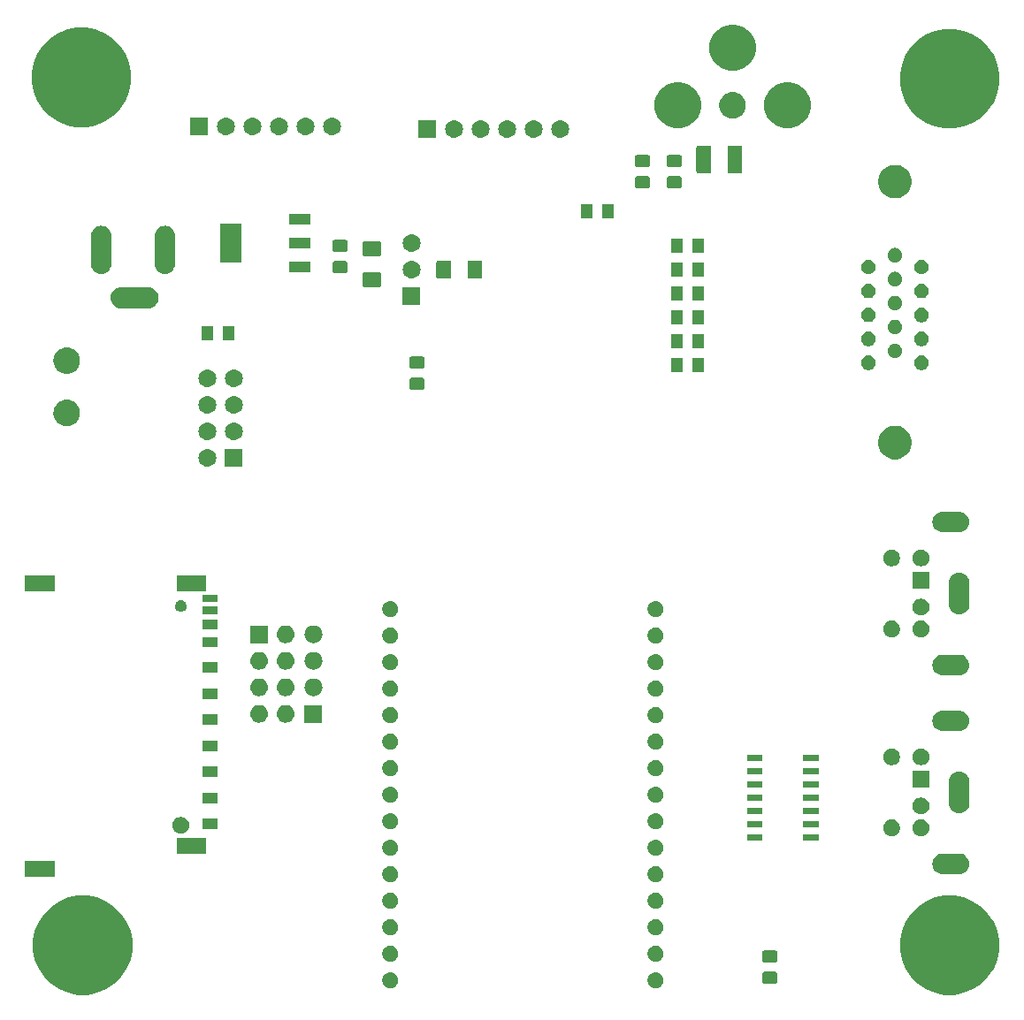
<source format=gbr>
G04 #@! TF.GenerationSoftware,KiCad,Pcbnew,(5.0.2)-1*
G04 #@! TF.CreationDate,2020-02-01T13:19:03-05:00*
G04 #@! TF.ProjectId,ESP-32_VGA,4553502d-3332-45f5-9647-412e6b696361,2*
G04 #@! TF.SameCoordinates,Original*
G04 #@! TF.FileFunction,Soldermask,Top*
G04 #@! TF.FilePolarity,Negative*
%FSLAX46Y46*%
G04 Gerber Fmt 4.6, Leading zero omitted, Abs format (unit mm)*
G04 Created by KiCad (PCBNEW (5.0.2)-1) date 2/1/2020 1:19:03 PM*
%MOMM*%
%LPD*%
G01*
G04 APERTURE LIST*
%ADD10C,0.150000*%
G04 APERTURE END LIST*
D10*
G36*
X100389169Y-94420519D02*
X101255889Y-94779526D01*
X102035920Y-95300726D01*
X102699274Y-95964080D01*
X103220474Y-96744111D01*
X103579481Y-97610831D01*
X103762500Y-98530933D01*
X103762500Y-99469067D01*
X103579481Y-100389169D01*
X103220474Y-101255889D01*
X102699274Y-102035920D01*
X102035920Y-102699274D01*
X101255889Y-103220474D01*
X100389169Y-103579481D01*
X99469067Y-103762500D01*
X98530933Y-103762500D01*
X97610831Y-103579481D01*
X96744111Y-103220474D01*
X95964080Y-102699274D01*
X95300726Y-102035920D01*
X94779526Y-101255889D01*
X94420519Y-100389169D01*
X94237500Y-99469067D01*
X94237500Y-98530933D01*
X94420519Y-97610831D01*
X94779526Y-96744111D01*
X95300726Y-95964080D01*
X95964080Y-95300726D01*
X96744111Y-94779526D01*
X97610831Y-94420519D01*
X98530933Y-94237500D01*
X99469067Y-94237500D01*
X100389169Y-94420519D01*
X100389169Y-94420519D01*
G37*
G36*
X17389169Y-94420519D02*
X18255889Y-94779526D01*
X19035920Y-95300726D01*
X19699274Y-95964080D01*
X20220474Y-96744111D01*
X20579481Y-97610831D01*
X20762500Y-98530933D01*
X20762500Y-99469067D01*
X20579481Y-100389169D01*
X20220474Y-101255889D01*
X19699274Y-102035920D01*
X19035920Y-102699274D01*
X18255889Y-103220474D01*
X17389169Y-103579481D01*
X16469067Y-103762500D01*
X15530933Y-103762500D01*
X14610831Y-103579481D01*
X13744111Y-103220474D01*
X12964080Y-102699274D01*
X12300726Y-102035920D01*
X11779526Y-101255889D01*
X11420519Y-100389169D01*
X11237500Y-99469067D01*
X11237500Y-98530933D01*
X11420519Y-97610831D01*
X11779526Y-96744111D01*
X12300726Y-95964080D01*
X12964080Y-95300726D01*
X13744111Y-94779526D01*
X14610831Y-94420519D01*
X15530933Y-94237500D01*
X16469067Y-94237500D01*
X17389169Y-94420519D01*
X17389169Y-94420519D01*
G37*
G36*
X71017582Y-101615223D02*
X71088267Y-101629283D01*
X71145783Y-101653107D01*
X71226942Y-101686724D01*
X71351750Y-101770118D01*
X71457882Y-101876250D01*
X71541276Y-102001058D01*
X71598717Y-102139734D01*
X71628000Y-102286948D01*
X71628000Y-102437052D01*
X71617314Y-102490773D01*
X71598717Y-102584267D01*
X71551080Y-102699274D01*
X71541276Y-102722942D01*
X71457882Y-102847750D01*
X71351750Y-102953882D01*
X71351747Y-102953884D01*
X71226942Y-103037276D01*
X71088267Y-103094717D01*
X71039195Y-103104478D01*
X70941052Y-103124000D01*
X70790948Y-103124000D01*
X70692805Y-103104478D01*
X70643733Y-103094717D01*
X70505058Y-103037276D01*
X70380253Y-102953884D01*
X70380250Y-102953882D01*
X70274118Y-102847750D01*
X70190724Y-102722942D01*
X70180920Y-102699274D01*
X70133283Y-102584267D01*
X70114686Y-102490773D01*
X70104000Y-102437052D01*
X70104000Y-102286948D01*
X70133283Y-102139734D01*
X70190724Y-102001058D01*
X70274118Y-101876250D01*
X70380250Y-101770118D01*
X70505058Y-101686724D01*
X70586217Y-101653107D01*
X70643733Y-101629283D01*
X70714418Y-101615223D01*
X70790948Y-101600000D01*
X70941052Y-101600000D01*
X71017582Y-101615223D01*
X71017582Y-101615223D01*
G37*
G36*
X45617582Y-101615223D02*
X45688267Y-101629283D01*
X45745783Y-101653107D01*
X45826942Y-101686724D01*
X45951750Y-101770118D01*
X46057882Y-101876250D01*
X46141276Y-102001058D01*
X46198717Y-102139734D01*
X46228000Y-102286948D01*
X46228000Y-102437052D01*
X46217314Y-102490773D01*
X46198717Y-102584267D01*
X46151080Y-102699274D01*
X46141276Y-102722942D01*
X46057882Y-102847750D01*
X45951750Y-102953882D01*
X45951747Y-102953884D01*
X45826942Y-103037276D01*
X45688267Y-103094717D01*
X45639195Y-103104478D01*
X45541052Y-103124000D01*
X45390948Y-103124000D01*
X45292805Y-103104478D01*
X45243733Y-103094717D01*
X45105058Y-103037276D01*
X44980253Y-102953884D01*
X44980250Y-102953882D01*
X44874118Y-102847750D01*
X44790724Y-102722942D01*
X44780920Y-102699274D01*
X44733283Y-102584267D01*
X44714686Y-102490773D01*
X44704000Y-102437052D01*
X44704000Y-102286948D01*
X44733283Y-102139734D01*
X44790724Y-102001058D01*
X44874118Y-101876250D01*
X44980250Y-101770118D01*
X45105058Y-101686724D01*
X45186217Y-101653107D01*
X45243733Y-101629283D01*
X45314418Y-101615223D01*
X45390948Y-101600000D01*
X45541052Y-101600000D01*
X45617582Y-101615223D01*
X45617582Y-101615223D01*
G37*
G36*
X82343522Y-101546039D02*
X82377053Y-101556211D01*
X82407960Y-101572731D01*
X82435043Y-101594957D01*
X82457269Y-101622040D01*
X82473789Y-101652947D01*
X82483961Y-101686478D01*
X82488000Y-101727487D01*
X82488000Y-102506513D01*
X82483961Y-102547522D01*
X82473789Y-102581053D01*
X82457269Y-102611960D01*
X82435043Y-102639043D01*
X82407960Y-102661269D01*
X82377053Y-102677789D01*
X82343522Y-102687961D01*
X82302513Y-102692000D01*
X81273487Y-102692000D01*
X81232478Y-102687961D01*
X81198947Y-102677789D01*
X81168040Y-102661269D01*
X81140957Y-102639043D01*
X81118731Y-102611960D01*
X81102211Y-102581053D01*
X81092039Y-102547522D01*
X81088000Y-102506513D01*
X81088000Y-101727487D01*
X81092039Y-101686478D01*
X81102211Y-101652947D01*
X81118731Y-101622040D01*
X81140957Y-101594957D01*
X81168040Y-101572731D01*
X81198947Y-101556211D01*
X81232478Y-101546039D01*
X81273487Y-101542000D01*
X82302513Y-101542000D01*
X82343522Y-101546039D01*
X82343522Y-101546039D01*
G37*
G36*
X82343522Y-99496039D02*
X82377053Y-99506211D01*
X82407960Y-99522731D01*
X82435043Y-99544957D01*
X82457269Y-99572040D01*
X82473789Y-99602947D01*
X82483961Y-99636478D01*
X82488000Y-99677487D01*
X82488000Y-100456513D01*
X82483961Y-100497522D01*
X82473789Y-100531053D01*
X82457269Y-100561960D01*
X82435043Y-100589043D01*
X82407960Y-100611269D01*
X82377053Y-100627789D01*
X82343522Y-100637961D01*
X82302513Y-100642000D01*
X81273487Y-100642000D01*
X81232478Y-100637961D01*
X81198947Y-100627789D01*
X81168040Y-100611269D01*
X81140957Y-100589043D01*
X81118731Y-100561960D01*
X81102211Y-100531053D01*
X81092039Y-100497522D01*
X81088000Y-100456513D01*
X81088000Y-99677487D01*
X81092039Y-99636478D01*
X81102211Y-99602947D01*
X81118731Y-99572040D01*
X81140957Y-99544957D01*
X81168040Y-99522731D01*
X81198947Y-99506211D01*
X81232478Y-99496039D01*
X81273487Y-99492000D01*
X82302513Y-99492000D01*
X82343522Y-99496039D01*
X82343522Y-99496039D01*
G37*
G36*
X45639195Y-99079522D02*
X45688267Y-99089283D01*
X45826942Y-99146724D01*
X45951750Y-99230118D01*
X46057882Y-99336250D01*
X46057884Y-99336253D01*
X46141276Y-99461058D01*
X46184423Y-99565223D01*
X46198717Y-99599734D01*
X46228000Y-99746948D01*
X46228000Y-99897052D01*
X46198717Y-100044266D01*
X46141276Y-100182942D01*
X46057882Y-100307750D01*
X45951750Y-100413882D01*
X45951747Y-100413884D01*
X45826942Y-100497276D01*
X45688267Y-100554717D01*
X45639195Y-100564478D01*
X45541052Y-100584000D01*
X45390948Y-100584000D01*
X45292805Y-100564478D01*
X45243733Y-100554717D01*
X45105058Y-100497276D01*
X44980253Y-100413884D01*
X44980250Y-100413882D01*
X44874118Y-100307750D01*
X44790724Y-100182942D01*
X44733283Y-100044266D01*
X44704000Y-99897052D01*
X44704000Y-99746948D01*
X44733283Y-99599734D01*
X44747578Y-99565223D01*
X44790724Y-99461058D01*
X44874116Y-99336253D01*
X44874118Y-99336250D01*
X44980250Y-99230118D01*
X45105058Y-99146724D01*
X45243733Y-99089283D01*
X45292805Y-99079522D01*
X45390948Y-99060000D01*
X45541052Y-99060000D01*
X45639195Y-99079522D01*
X45639195Y-99079522D01*
G37*
G36*
X71039195Y-99079522D02*
X71088267Y-99089283D01*
X71226942Y-99146724D01*
X71351750Y-99230118D01*
X71457882Y-99336250D01*
X71457884Y-99336253D01*
X71541276Y-99461058D01*
X71584423Y-99565223D01*
X71598717Y-99599734D01*
X71628000Y-99746948D01*
X71628000Y-99897052D01*
X71598717Y-100044266D01*
X71541276Y-100182942D01*
X71457882Y-100307750D01*
X71351750Y-100413882D01*
X71351747Y-100413884D01*
X71226942Y-100497276D01*
X71088267Y-100554717D01*
X71039195Y-100564478D01*
X70941052Y-100584000D01*
X70790948Y-100584000D01*
X70692805Y-100564478D01*
X70643733Y-100554717D01*
X70505058Y-100497276D01*
X70380253Y-100413884D01*
X70380250Y-100413882D01*
X70274118Y-100307750D01*
X70190724Y-100182942D01*
X70133283Y-100044266D01*
X70104000Y-99897052D01*
X70104000Y-99746948D01*
X70133283Y-99599734D01*
X70147578Y-99565223D01*
X70190724Y-99461058D01*
X70274116Y-99336253D01*
X70274118Y-99336250D01*
X70380250Y-99230118D01*
X70505058Y-99146724D01*
X70643733Y-99089283D01*
X70692805Y-99079522D01*
X70790948Y-99060000D01*
X70941052Y-99060000D01*
X71039195Y-99079522D01*
X71039195Y-99079522D01*
G37*
G36*
X71039195Y-96539522D02*
X71088267Y-96549283D01*
X71226942Y-96606724D01*
X71351750Y-96690118D01*
X71457882Y-96796250D01*
X71541276Y-96921058D01*
X71598717Y-97059734D01*
X71628000Y-97206948D01*
X71628000Y-97357052D01*
X71598717Y-97504266D01*
X71541276Y-97642942D01*
X71457882Y-97767750D01*
X71351750Y-97873882D01*
X71351747Y-97873884D01*
X71226942Y-97957276D01*
X71088267Y-98014717D01*
X71039195Y-98024478D01*
X70941052Y-98044000D01*
X70790948Y-98044000D01*
X70692805Y-98024478D01*
X70643733Y-98014717D01*
X70505058Y-97957276D01*
X70380253Y-97873884D01*
X70380250Y-97873882D01*
X70274118Y-97767750D01*
X70190724Y-97642942D01*
X70133283Y-97504266D01*
X70104000Y-97357052D01*
X70104000Y-97206948D01*
X70133283Y-97059734D01*
X70190724Y-96921058D01*
X70274118Y-96796250D01*
X70380250Y-96690118D01*
X70505058Y-96606724D01*
X70643733Y-96549283D01*
X70692805Y-96539522D01*
X70790948Y-96520000D01*
X70941052Y-96520000D01*
X71039195Y-96539522D01*
X71039195Y-96539522D01*
G37*
G36*
X45639195Y-96539522D02*
X45688267Y-96549283D01*
X45826942Y-96606724D01*
X45951750Y-96690118D01*
X46057882Y-96796250D01*
X46141276Y-96921058D01*
X46198717Y-97059734D01*
X46228000Y-97206948D01*
X46228000Y-97357052D01*
X46198717Y-97504266D01*
X46141276Y-97642942D01*
X46057882Y-97767750D01*
X45951750Y-97873882D01*
X45951747Y-97873884D01*
X45826942Y-97957276D01*
X45688267Y-98014717D01*
X45639195Y-98024478D01*
X45541052Y-98044000D01*
X45390948Y-98044000D01*
X45292805Y-98024478D01*
X45243733Y-98014717D01*
X45105058Y-97957276D01*
X44980253Y-97873884D01*
X44980250Y-97873882D01*
X44874118Y-97767750D01*
X44790724Y-97642942D01*
X44733283Y-97504266D01*
X44704000Y-97357052D01*
X44704000Y-97206948D01*
X44733283Y-97059734D01*
X44790724Y-96921058D01*
X44874118Y-96796250D01*
X44980250Y-96690118D01*
X45105058Y-96606724D01*
X45243733Y-96549283D01*
X45292805Y-96539522D01*
X45390948Y-96520000D01*
X45541052Y-96520000D01*
X45639195Y-96539522D01*
X45639195Y-96539522D01*
G37*
G36*
X71039195Y-93999522D02*
X71088267Y-94009283D01*
X71226942Y-94066724D01*
X71351750Y-94150118D01*
X71457882Y-94256250D01*
X71541276Y-94381058D01*
X71598717Y-94519734D01*
X71628000Y-94666948D01*
X71628000Y-94817052D01*
X71598717Y-94964266D01*
X71541276Y-95102942D01*
X71457882Y-95227750D01*
X71351750Y-95333882D01*
X71351747Y-95333884D01*
X71226942Y-95417276D01*
X71088267Y-95474717D01*
X71039195Y-95484478D01*
X70941052Y-95504000D01*
X70790948Y-95504000D01*
X70692805Y-95484478D01*
X70643733Y-95474717D01*
X70505058Y-95417276D01*
X70380253Y-95333884D01*
X70380250Y-95333882D01*
X70274118Y-95227750D01*
X70190724Y-95102942D01*
X70133283Y-94964266D01*
X70104000Y-94817052D01*
X70104000Y-94666948D01*
X70133283Y-94519734D01*
X70190724Y-94381058D01*
X70274118Y-94256250D01*
X70380250Y-94150118D01*
X70505058Y-94066724D01*
X70643733Y-94009283D01*
X70692805Y-93999522D01*
X70790948Y-93980000D01*
X70941052Y-93980000D01*
X71039195Y-93999522D01*
X71039195Y-93999522D01*
G37*
G36*
X45639195Y-93999522D02*
X45688267Y-94009283D01*
X45826942Y-94066724D01*
X45951750Y-94150118D01*
X46057882Y-94256250D01*
X46141276Y-94381058D01*
X46198717Y-94519734D01*
X46228000Y-94666948D01*
X46228000Y-94817052D01*
X46198717Y-94964266D01*
X46141276Y-95102942D01*
X46057882Y-95227750D01*
X45951750Y-95333882D01*
X45951747Y-95333884D01*
X45826942Y-95417276D01*
X45688267Y-95474717D01*
X45639195Y-95484478D01*
X45541052Y-95504000D01*
X45390948Y-95504000D01*
X45292805Y-95484478D01*
X45243733Y-95474717D01*
X45105058Y-95417276D01*
X44980253Y-95333884D01*
X44980250Y-95333882D01*
X44874118Y-95227750D01*
X44790724Y-95102942D01*
X44733283Y-94964266D01*
X44704000Y-94817052D01*
X44704000Y-94666948D01*
X44733283Y-94519734D01*
X44790724Y-94381058D01*
X44874118Y-94256250D01*
X44980250Y-94150118D01*
X45105058Y-94066724D01*
X45243733Y-94009283D01*
X45292805Y-93999522D01*
X45390948Y-93980000D01*
X45541052Y-93980000D01*
X45639195Y-93999522D01*
X45639195Y-93999522D01*
G37*
G36*
X45639195Y-91459522D02*
X45688267Y-91469283D01*
X45826942Y-91526724D01*
X45951750Y-91610118D01*
X46057882Y-91716250D01*
X46141276Y-91841058D01*
X46198717Y-91979734D01*
X46228000Y-92126948D01*
X46228000Y-92277052D01*
X46198717Y-92424266D01*
X46141276Y-92562942D01*
X46057882Y-92687750D01*
X45951750Y-92793882D01*
X45951747Y-92793884D01*
X45826942Y-92877276D01*
X45688267Y-92934717D01*
X45639195Y-92944478D01*
X45541052Y-92964000D01*
X45390948Y-92964000D01*
X45292805Y-92944478D01*
X45243733Y-92934717D01*
X45105058Y-92877276D01*
X44980253Y-92793884D01*
X44980250Y-92793882D01*
X44874118Y-92687750D01*
X44790724Y-92562942D01*
X44733283Y-92424266D01*
X44704000Y-92277052D01*
X44704000Y-92126948D01*
X44733283Y-91979734D01*
X44790724Y-91841058D01*
X44874118Y-91716250D01*
X44980250Y-91610118D01*
X45105058Y-91526724D01*
X45243733Y-91469283D01*
X45292805Y-91459522D01*
X45390948Y-91440000D01*
X45541052Y-91440000D01*
X45639195Y-91459522D01*
X45639195Y-91459522D01*
G37*
G36*
X71039195Y-91459522D02*
X71088267Y-91469283D01*
X71226942Y-91526724D01*
X71351750Y-91610118D01*
X71457882Y-91716250D01*
X71541276Y-91841058D01*
X71598717Y-91979734D01*
X71628000Y-92126948D01*
X71628000Y-92277052D01*
X71598717Y-92424266D01*
X71541276Y-92562942D01*
X71457882Y-92687750D01*
X71351750Y-92793882D01*
X71351747Y-92793884D01*
X71226942Y-92877276D01*
X71088267Y-92934717D01*
X71039195Y-92944478D01*
X70941052Y-92964000D01*
X70790948Y-92964000D01*
X70692805Y-92944478D01*
X70643733Y-92934717D01*
X70505058Y-92877276D01*
X70380253Y-92793884D01*
X70380250Y-92793882D01*
X70274118Y-92687750D01*
X70190724Y-92562942D01*
X70133283Y-92424266D01*
X70104000Y-92277052D01*
X70104000Y-92126948D01*
X70133283Y-91979734D01*
X70190724Y-91841058D01*
X70274118Y-91716250D01*
X70380250Y-91610118D01*
X70505058Y-91526724D01*
X70643733Y-91469283D01*
X70692805Y-91459522D01*
X70790948Y-91440000D01*
X70941052Y-91440000D01*
X71039195Y-91459522D01*
X71039195Y-91459522D01*
G37*
G36*
X13300000Y-92410000D02*
X10500000Y-92410000D01*
X10500000Y-90910000D01*
X13300000Y-90910000D01*
X13300000Y-92410000D01*
X13300000Y-92410000D01*
G37*
G36*
X100062030Y-90222469D02*
X100062033Y-90222470D01*
X100062034Y-90222470D01*
X100250535Y-90279651D01*
X100250537Y-90279652D01*
X100424260Y-90372509D01*
X100576528Y-90497472D01*
X100701491Y-90649740D01*
X100794348Y-90823463D01*
X100851531Y-91011970D01*
X100870838Y-91208000D01*
X100851531Y-91404030D01*
X100794348Y-91592537D01*
X100701491Y-91766260D01*
X100576528Y-91918528D01*
X100424260Y-92043491D01*
X100424258Y-92043492D01*
X100250535Y-92136349D01*
X100062034Y-92193530D01*
X100062033Y-92193530D01*
X100062030Y-92193531D01*
X99915124Y-92208000D01*
X98316876Y-92208000D01*
X98169970Y-92193531D01*
X98169967Y-92193530D01*
X98169966Y-92193530D01*
X97981465Y-92136349D01*
X97807742Y-92043492D01*
X97807740Y-92043491D01*
X97655472Y-91918528D01*
X97530509Y-91766260D01*
X97437652Y-91592537D01*
X97380469Y-91404030D01*
X97361162Y-91208000D01*
X97380469Y-91011970D01*
X97437652Y-90823463D01*
X97530509Y-90649740D01*
X97655472Y-90497472D01*
X97807740Y-90372509D01*
X97981463Y-90279652D01*
X97981465Y-90279651D01*
X98169966Y-90222470D01*
X98169967Y-90222470D01*
X98169970Y-90222469D01*
X98316876Y-90208000D01*
X99915124Y-90208000D01*
X100062030Y-90222469D01*
X100062030Y-90222469D01*
G37*
G36*
X71039195Y-88919522D02*
X71088267Y-88929283D01*
X71128625Y-88946000D01*
X71226942Y-88986724D01*
X71351750Y-89070118D01*
X71457882Y-89176250D01*
X71541276Y-89301058D01*
X71598717Y-89439734D01*
X71628000Y-89586948D01*
X71628000Y-89737052D01*
X71598717Y-89884266D01*
X71541276Y-90022942D01*
X71457882Y-90147750D01*
X71351750Y-90253882D01*
X71351747Y-90253884D01*
X71226942Y-90337276D01*
X71088267Y-90394717D01*
X71039195Y-90404478D01*
X70941052Y-90424000D01*
X70790948Y-90424000D01*
X70692805Y-90404478D01*
X70643733Y-90394717D01*
X70505058Y-90337276D01*
X70380253Y-90253884D01*
X70380250Y-90253882D01*
X70274118Y-90147750D01*
X70190724Y-90022942D01*
X70133283Y-89884266D01*
X70104000Y-89737052D01*
X70104000Y-89586948D01*
X70133283Y-89439734D01*
X70190724Y-89301058D01*
X70274118Y-89176250D01*
X70380250Y-89070118D01*
X70505058Y-88986724D01*
X70603375Y-88946000D01*
X70643733Y-88929283D01*
X70692805Y-88919522D01*
X70790948Y-88900000D01*
X70941052Y-88900000D01*
X71039195Y-88919522D01*
X71039195Y-88919522D01*
G37*
G36*
X45639195Y-88919522D02*
X45688267Y-88929283D01*
X45728625Y-88946000D01*
X45826942Y-88986724D01*
X45951750Y-89070118D01*
X46057882Y-89176250D01*
X46141276Y-89301058D01*
X46198717Y-89439734D01*
X46228000Y-89586948D01*
X46228000Y-89737052D01*
X46198717Y-89884266D01*
X46141276Y-90022942D01*
X46057882Y-90147750D01*
X45951750Y-90253882D01*
X45951747Y-90253884D01*
X45826942Y-90337276D01*
X45688267Y-90394717D01*
X45639195Y-90404478D01*
X45541052Y-90424000D01*
X45390948Y-90424000D01*
X45292805Y-90404478D01*
X45243733Y-90394717D01*
X45105058Y-90337276D01*
X44980253Y-90253884D01*
X44980250Y-90253882D01*
X44874118Y-90147750D01*
X44790724Y-90022942D01*
X44733283Y-89884266D01*
X44704000Y-89737052D01*
X44704000Y-89586948D01*
X44733283Y-89439734D01*
X44790724Y-89301058D01*
X44874118Y-89176250D01*
X44980250Y-89070118D01*
X45105058Y-88986724D01*
X45203375Y-88946000D01*
X45243733Y-88929283D01*
X45292805Y-88919522D01*
X45390948Y-88900000D01*
X45541052Y-88900000D01*
X45639195Y-88919522D01*
X45639195Y-88919522D01*
G37*
G36*
X27800000Y-90210000D02*
X25000000Y-90210000D01*
X25000000Y-88710000D01*
X27800000Y-88710000D01*
X27800000Y-90210000D01*
X27800000Y-90210000D01*
G37*
G36*
X81108000Y-88946000D02*
X79608000Y-88946000D01*
X79608000Y-88346000D01*
X81108000Y-88346000D01*
X81108000Y-88946000D01*
X81108000Y-88946000D01*
G37*
G36*
X86508000Y-88946000D02*
X85008000Y-88946000D01*
X85008000Y-88346000D01*
X86508000Y-88346000D01*
X86508000Y-88946000D01*
X86508000Y-88946000D01*
G37*
G36*
X93699352Y-86988743D02*
X93844941Y-87049048D01*
X93975973Y-87136601D01*
X94087399Y-87248027D01*
X94174952Y-87379059D01*
X94235257Y-87524648D01*
X94266000Y-87679205D01*
X94266000Y-87836795D01*
X94235257Y-87991352D01*
X94174952Y-88136941D01*
X94087399Y-88267973D01*
X93975973Y-88379399D01*
X93844941Y-88466952D01*
X93699352Y-88527257D01*
X93544795Y-88558000D01*
X93387205Y-88558000D01*
X93232648Y-88527257D01*
X93087059Y-88466952D01*
X92956027Y-88379399D01*
X92844601Y-88267973D01*
X92757048Y-88136941D01*
X92696743Y-87991352D01*
X92666000Y-87836795D01*
X92666000Y-87679205D01*
X92696743Y-87524648D01*
X92757048Y-87379059D01*
X92844601Y-87248027D01*
X92956027Y-87136601D01*
X93087059Y-87049048D01*
X93232648Y-86988743D01*
X93387205Y-86958000D01*
X93544795Y-86958000D01*
X93699352Y-86988743D01*
X93699352Y-86988743D01*
G37*
G36*
X96499352Y-86988743D02*
X96644941Y-87049048D01*
X96775973Y-87136601D01*
X96887399Y-87248027D01*
X96974952Y-87379059D01*
X97035257Y-87524648D01*
X97066000Y-87679205D01*
X97066000Y-87836795D01*
X97035257Y-87991352D01*
X96974952Y-88136941D01*
X96887399Y-88267973D01*
X96775973Y-88379399D01*
X96644941Y-88466952D01*
X96499352Y-88527257D01*
X96344795Y-88558000D01*
X96187205Y-88558000D01*
X96032648Y-88527257D01*
X95887059Y-88466952D01*
X95756027Y-88379399D01*
X95644601Y-88267973D01*
X95557048Y-88136941D01*
X95496743Y-87991352D01*
X95466000Y-87836795D01*
X95466000Y-87679205D01*
X95496743Y-87524648D01*
X95557048Y-87379059D01*
X95644601Y-87248027D01*
X95756027Y-87136601D01*
X95887059Y-87049048D01*
X96032648Y-86988743D01*
X96187205Y-86958000D01*
X96344795Y-86958000D01*
X96499352Y-86988743D01*
X96499352Y-86988743D01*
G37*
G36*
X25633352Y-86740743D02*
X25778941Y-86801048D01*
X25909973Y-86888601D01*
X26021399Y-87000027D01*
X26108952Y-87131059D01*
X26169257Y-87276648D01*
X26200000Y-87431205D01*
X26200000Y-87588795D01*
X26169257Y-87743352D01*
X26108952Y-87888941D01*
X26021399Y-88019973D01*
X25909973Y-88131399D01*
X25778941Y-88218952D01*
X25633352Y-88279257D01*
X25478795Y-88310000D01*
X25321205Y-88310000D01*
X25166648Y-88279257D01*
X25021059Y-88218952D01*
X24890027Y-88131399D01*
X24778601Y-88019973D01*
X24691048Y-87888941D01*
X24630743Y-87743352D01*
X24600000Y-87588795D01*
X24600000Y-87431205D01*
X24630743Y-87276648D01*
X24691048Y-87131059D01*
X24778601Y-87000027D01*
X24890027Y-86888601D01*
X25021059Y-86801048D01*
X25166648Y-86740743D01*
X25321205Y-86710000D01*
X25478795Y-86710000D01*
X25633352Y-86740743D01*
X25633352Y-86740743D01*
G37*
G36*
X28950000Y-87890000D02*
X27450000Y-87890000D01*
X27450000Y-86890000D01*
X28950000Y-86890000D01*
X28950000Y-87890000D01*
X28950000Y-87890000D01*
G37*
G36*
X45639195Y-86379522D02*
X45688267Y-86389283D01*
X45728625Y-86406000D01*
X45826942Y-86446724D01*
X45951750Y-86530118D01*
X46057882Y-86636250D01*
X46057884Y-86636253D01*
X46141276Y-86761058D01*
X46198717Y-86899733D01*
X46228000Y-87046950D01*
X46228000Y-87197050D01*
X46198717Y-87344267D01*
X46162706Y-87431205D01*
X46141276Y-87482942D01*
X46057882Y-87607750D01*
X45951750Y-87713882D01*
X45907645Y-87743352D01*
X45826942Y-87797276D01*
X45688267Y-87854717D01*
X45639195Y-87864478D01*
X45541052Y-87884000D01*
X45390948Y-87884000D01*
X45292805Y-87864478D01*
X45243733Y-87854717D01*
X45105058Y-87797276D01*
X45024355Y-87743352D01*
X44980250Y-87713882D01*
X44874118Y-87607750D01*
X44790724Y-87482942D01*
X44769294Y-87431205D01*
X44733283Y-87344267D01*
X44704000Y-87197050D01*
X44704000Y-87046950D01*
X44733283Y-86899733D01*
X44790724Y-86761058D01*
X44874116Y-86636253D01*
X44874118Y-86636250D01*
X44980250Y-86530118D01*
X45105058Y-86446724D01*
X45203375Y-86406000D01*
X45243733Y-86389283D01*
X45292805Y-86379522D01*
X45390948Y-86360000D01*
X45541052Y-86360000D01*
X45639195Y-86379522D01*
X45639195Y-86379522D01*
G37*
G36*
X71039195Y-86379522D02*
X71088267Y-86389283D01*
X71128625Y-86406000D01*
X71226942Y-86446724D01*
X71351750Y-86530118D01*
X71457882Y-86636250D01*
X71457884Y-86636253D01*
X71541276Y-86761058D01*
X71598717Y-86899733D01*
X71628000Y-87046950D01*
X71628000Y-87197050D01*
X71598717Y-87344267D01*
X71562706Y-87431205D01*
X71541276Y-87482942D01*
X71457882Y-87607750D01*
X71351750Y-87713882D01*
X71307645Y-87743352D01*
X71226942Y-87797276D01*
X71088267Y-87854717D01*
X71039195Y-87864478D01*
X70941052Y-87884000D01*
X70790948Y-87884000D01*
X70692805Y-87864478D01*
X70643733Y-87854717D01*
X70505058Y-87797276D01*
X70424355Y-87743352D01*
X70380250Y-87713882D01*
X70274118Y-87607750D01*
X70190724Y-87482942D01*
X70169294Y-87431205D01*
X70133283Y-87344267D01*
X70104000Y-87197050D01*
X70104000Y-87046950D01*
X70133283Y-86899733D01*
X70190724Y-86761058D01*
X70274116Y-86636253D01*
X70274118Y-86636250D01*
X70380250Y-86530118D01*
X70505058Y-86446724D01*
X70603375Y-86406000D01*
X70643733Y-86389283D01*
X70692805Y-86379522D01*
X70790948Y-86360000D01*
X70941052Y-86360000D01*
X71039195Y-86379522D01*
X71039195Y-86379522D01*
G37*
G36*
X86508000Y-87676000D02*
X85008000Y-87676000D01*
X85008000Y-87076000D01*
X86508000Y-87076000D01*
X86508000Y-87676000D01*
X86508000Y-87676000D01*
G37*
G36*
X81108000Y-87676000D02*
X79608000Y-87676000D01*
X79608000Y-87076000D01*
X81108000Y-87076000D01*
X81108000Y-87676000D01*
X81108000Y-87676000D01*
G37*
G36*
X96499352Y-84888743D02*
X96644941Y-84949048D01*
X96775973Y-85036601D01*
X96887399Y-85148027D01*
X96974952Y-85279059D01*
X97035257Y-85424648D01*
X97066000Y-85579205D01*
X97066000Y-85736795D01*
X97035257Y-85891352D01*
X96974952Y-86036941D01*
X96887399Y-86167973D01*
X96775973Y-86279399D01*
X96644941Y-86366952D01*
X96499352Y-86427257D01*
X96344795Y-86458000D01*
X96187205Y-86458000D01*
X96032648Y-86427257D01*
X95887059Y-86366952D01*
X95756027Y-86279399D01*
X95644601Y-86167973D01*
X95557048Y-86036941D01*
X95496743Y-85891352D01*
X95466000Y-85736795D01*
X95466000Y-85579205D01*
X95496743Y-85424648D01*
X95557048Y-85279059D01*
X95644601Y-85148027D01*
X95756027Y-85036601D01*
X95887059Y-84949048D01*
X96032648Y-84888743D01*
X96187205Y-84858000D01*
X96344795Y-84858000D01*
X96499352Y-84888743D01*
X96499352Y-84888743D01*
G37*
G36*
X81108000Y-86406000D02*
X79608000Y-86406000D01*
X79608000Y-85806000D01*
X81108000Y-85806000D01*
X81108000Y-86406000D01*
X81108000Y-86406000D01*
G37*
G36*
X86508000Y-86406000D02*
X85008000Y-86406000D01*
X85008000Y-85806000D01*
X86508000Y-85806000D01*
X86508000Y-86406000D01*
X86508000Y-86406000D01*
G37*
G36*
X100112029Y-82372469D02*
X100112032Y-82372470D01*
X100112033Y-82372470D01*
X100300534Y-82429651D01*
X100300536Y-82429652D01*
X100300539Y-82429653D01*
X100474258Y-82522507D01*
X100626528Y-82647472D01*
X100751491Y-82799740D01*
X100844348Y-82973463D01*
X100901531Y-83161970D01*
X100916000Y-83308876D01*
X100916000Y-85407124D01*
X100901531Y-85554030D01*
X100901530Y-85554033D01*
X100901530Y-85554034D01*
X100846091Y-85736793D01*
X100844348Y-85742537D01*
X100751491Y-85916260D01*
X100626528Y-86068528D01*
X100474260Y-86193491D01*
X100474258Y-86193492D01*
X100300535Y-86286349D01*
X100112034Y-86343530D01*
X100112033Y-86343530D01*
X100112030Y-86343531D01*
X99916000Y-86362838D01*
X99719971Y-86343531D01*
X99719968Y-86343530D01*
X99719967Y-86343530D01*
X99531466Y-86286349D01*
X99357743Y-86193492D01*
X99357741Y-86193491D01*
X99205473Y-86068528D01*
X99080510Y-85916260D01*
X98987653Y-85742537D01*
X98985911Y-85736793D01*
X98930471Y-85554034D01*
X98930471Y-85554033D01*
X98930470Y-85554030D01*
X98916001Y-85407124D01*
X98916000Y-83308877D01*
X98930469Y-83161971D01*
X98930470Y-83161967D01*
X98987651Y-82973466D01*
X98987652Y-82973464D01*
X98987653Y-82973461D01*
X99080507Y-82799742D01*
X99205472Y-82647472D01*
X99357740Y-82522509D01*
X99531463Y-82429652D01*
X99531465Y-82429651D01*
X99719966Y-82372470D01*
X99719967Y-82372470D01*
X99719970Y-82372469D01*
X99916000Y-82353162D01*
X100112029Y-82372469D01*
X100112029Y-82372469D01*
G37*
G36*
X28950000Y-85390000D02*
X27450000Y-85390000D01*
X27450000Y-84390000D01*
X28950000Y-84390000D01*
X28950000Y-85390000D01*
X28950000Y-85390000D01*
G37*
G36*
X45639195Y-83839522D02*
X45688267Y-83849283D01*
X45728625Y-83866000D01*
X45826942Y-83906724D01*
X45951750Y-83990118D01*
X46057882Y-84096250D01*
X46141276Y-84221058D01*
X46198717Y-84359734D01*
X46228000Y-84506948D01*
X46228000Y-84657052D01*
X46198717Y-84804266D01*
X46141276Y-84942942D01*
X46057882Y-85067750D01*
X45951750Y-85173882D01*
X45951747Y-85173884D01*
X45826942Y-85257276D01*
X45688267Y-85314717D01*
X45639195Y-85324478D01*
X45541052Y-85344000D01*
X45390948Y-85344000D01*
X45292805Y-85324478D01*
X45243733Y-85314717D01*
X45105058Y-85257276D01*
X44980253Y-85173884D01*
X44980250Y-85173882D01*
X44874118Y-85067750D01*
X44790724Y-84942942D01*
X44733283Y-84804266D01*
X44704000Y-84657052D01*
X44704000Y-84506948D01*
X44733283Y-84359734D01*
X44790724Y-84221058D01*
X44874118Y-84096250D01*
X44980250Y-83990118D01*
X45105058Y-83906724D01*
X45203375Y-83866000D01*
X45243733Y-83849283D01*
X45292805Y-83839522D01*
X45390948Y-83820000D01*
X45541052Y-83820000D01*
X45639195Y-83839522D01*
X45639195Y-83839522D01*
G37*
G36*
X71039195Y-83839522D02*
X71088267Y-83849283D01*
X71128625Y-83866000D01*
X71226942Y-83906724D01*
X71351750Y-83990118D01*
X71457882Y-84096250D01*
X71541276Y-84221058D01*
X71598717Y-84359734D01*
X71628000Y-84506948D01*
X71628000Y-84657052D01*
X71598717Y-84804266D01*
X71541276Y-84942942D01*
X71457882Y-85067750D01*
X71351750Y-85173882D01*
X71351747Y-85173884D01*
X71226942Y-85257276D01*
X71088267Y-85314717D01*
X71039195Y-85324478D01*
X70941052Y-85344000D01*
X70790948Y-85344000D01*
X70692805Y-85324478D01*
X70643733Y-85314717D01*
X70505058Y-85257276D01*
X70380253Y-85173884D01*
X70380250Y-85173882D01*
X70274118Y-85067750D01*
X70190724Y-84942942D01*
X70133283Y-84804266D01*
X70104000Y-84657052D01*
X70104000Y-84506948D01*
X70133283Y-84359734D01*
X70190724Y-84221058D01*
X70274118Y-84096250D01*
X70380250Y-83990118D01*
X70505058Y-83906724D01*
X70603375Y-83866000D01*
X70643733Y-83849283D01*
X70692805Y-83839522D01*
X70790948Y-83820000D01*
X70941052Y-83820000D01*
X71039195Y-83839522D01*
X71039195Y-83839522D01*
G37*
G36*
X81108000Y-85136000D02*
X79608000Y-85136000D01*
X79608000Y-84536000D01*
X81108000Y-84536000D01*
X81108000Y-85136000D01*
X81108000Y-85136000D01*
G37*
G36*
X86508000Y-85136000D02*
X85008000Y-85136000D01*
X85008000Y-84536000D01*
X86508000Y-84536000D01*
X86508000Y-85136000D01*
X86508000Y-85136000D01*
G37*
G36*
X81108000Y-83866000D02*
X79608000Y-83866000D01*
X79608000Y-83266000D01*
X81108000Y-83266000D01*
X81108000Y-83866000D01*
X81108000Y-83866000D01*
G37*
G36*
X86508000Y-83866000D02*
X85008000Y-83866000D01*
X85008000Y-83266000D01*
X86508000Y-83266000D01*
X86508000Y-83866000D01*
X86508000Y-83866000D01*
G37*
G36*
X97066000Y-83858000D02*
X95466000Y-83858000D01*
X95466000Y-82258000D01*
X97066000Y-82258000D01*
X97066000Y-83858000D01*
X97066000Y-83858000D01*
G37*
G36*
X28950000Y-82890000D02*
X27450000Y-82890000D01*
X27450000Y-81890000D01*
X28950000Y-81890000D01*
X28950000Y-82890000D01*
X28950000Y-82890000D01*
G37*
G36*
X71039195Y-81299522D02*
X71088267Y-81309283D01*
X71226942Y-81366724D01*
X71351750Y-81450118D01*
X71457882Y-81556250D01*
X71457884Y-81556253D01*
X71541276Y-81681058D01*
X71598717Y-81819733D01*
X71628000Y-81966950D01*
X71628000Y-82117050D01*
X71598717Y-82264267D01*
X71553898Y-82372469D01*
X71541276Y-82402942D01*
X71457882Y-82527750D01*
X71351750Y-82633882D01*
X71351747Y-82633884D01*
X71226942Y-82717276D01*
X71088267Y-82774717D01*
X71039195Y-82784478D01*
X70941052Y-82804000D01*
X70790948Y-82804000D01*
X70692805Y-82784478D01*
X70643733Y-82774717D01*
X70505058Y-82717276D01*
X70380253Y-82633884D01*
X70380250Y-82633882D01*
X70274118Y-82527750D01*
X70190724Y-82402942D01*
X70178102Y-82372469D01*
X70133283Y-82264267D01*
X70104000Y-82117050D01*
X70104000Y-81966950D01*
X70133283Y-81819733D01*
X70190724Y-81681058D01*
X70274116Y-81556253D01*
X70274118Y-81556250D01*
X70380250Y-81450118D01*
X70505058Y-81366724D01*
X70643733Y-81309283D01*
X70692805Y-81299522D01*
X70790948Y-81280000D01*
X70941052Y-81280000D01*
X71039195Y-81299522D01*
X71039195Y-81299522D01*
G37*
G36*
X45639195Y-81299522D02*
X45688267Y-81309283D01*
X45826942Y-81366724D01*
X45951750Y-81450118D01*
X46057882Y-81556250D01*
X46057884Y-81556253D01*
X46141276Y-81681058D01*
X46198717Y-81819733D01*
X46228000Y-81966950D01*
X46228000Y-82117050D01*
X46198717Y-82264267D01*
X46153898Y-82372469D01*
X46141276Y-82402942D01*
X46057882Y-82527750D01*
X45951750Y-82633882D01*
X45951747Y-82633884D01*
X45826942Y-82717276D01*
X45688267Y-82774717D01*
X45639195Y-82784478D01*
X45541052Y-82804000D01*
X45390948Y-82804000D01*
X45292805Y-82784478D01*
X45243733Y-82774717D01*
X45105058Y-82717276D01*
X44980253Y-82633884D01*
X44980250Y-82633882D01*
X44874118Y-82527750D01*
X44790724Y-82402942D01*
X44778102Y-82372469D01*
X44733283Y-82264267D01*
X44704000Y-82117050D01*
X44704000Y-81966950D01*
X44733283Y-81819733D01*
X44790724Y-81681058D01*
X44874116Y-81556253D01*
X44874118Y-81556250D01*
X44980250Y-81450118D01*
X45105058Y-81366724D01*
X45243733Y-81309283D01*
X45292805Y-81299522D01*
X45390948Y-81280000D01*
X45541052Y-81280000D01*
X45639195Y-81299522D01*
X45639195Y-81299522D01*
G37*
G36*
X86508000Y-82596000D02*
X85008000Y-82596000D01*
X85008000Y-81996000D01*
X86508000Y-81996000D01*
X86508000Y-82596000D01*
X86508000Y-82596000D01*
G37*
G36*
X81108000Y-82596000D02*
X79608000Y-82596000D01*
X79608000Y-81996000D01*
X81108000Y-81996000D01*
X81108000Y-82596000D01*
X81108000Y-82596000D01*
G37*
G36*
X93699352Y-80188743D02*
X93844941Y-80249048D01*
X93975973Y-80336601D01*
X94087399Y-80448027D01*
X94174952Y-80579059D01*
X94235257Y-80724648D01*
X94266000Y-80879205D01*
X94266000Y-81036795D01*
X94235257Y-81191352D01*
X94174952Y-81336941D01*
X94087399Y-81467973D01*
X93975973Y-81579399D01*
X93844941Y-81666952D01*
X93699352Y-81727257D01*
X93544795Y-81758000D01*
X93387205Y-81758000D01*
X93232648Y-81727257D01*
X93087059Y-81666952D01*
X92956027Y-81579399D01*
X92844601Y-81467973D01*
X92757048Y-81336941D01*
X92696743Y-81191352D01*
X92666000Y-81036795D01*
X92666000Y-80879205D01*
X92696743Y-80724648D01*
X92757048Y-80579059D01*
X92844601Y-80448027D01*
X92956027Y-80336601D01*
X93087059Y-80249048D01*
X93232648Y-80188743D01*
X93387205Y-80158000D01*
X93544795Y-80158000D01*
X93699352Y-80188743D01*
X93699352Y-80188743D01*
G37*
G36*
X96499352Y-80188743D02*
X96644941Y-80249048D01*
X96775973Y-80336601D01*
X96887399Y-80448027D01*
X96974952Y-80579059D01*
X97035257Y-80724648D01*
X97066000Y-80879205D01*
X97066000Y-81036795D01*
X97035257Y-81191352D01*
X96974952Y-81336941D01*
X96887399Y-81467973D01*
X96775973Y-81579399D01*
X96644941Y-81666952D01*
X96499352Y-81727257D01*
X96344795Y-81758000D01*
X96187205Y-81758000D01*
X96032648Y-81727257D01*
X95887059Y-81666952D01*
X95756027Y-81579399D01*
X95644601Y-81467973D01*
X95557048Y-81336941D01*
X95496743Y-81191352D01*
X95466000Y-81036795D01*
X95466000Y-80879205D01*
X95496743Y-80724648D01*
X95557048Y-80579059D01*
X95644601Y-80448027D01*
X95756027Y-80336601D01*
X95887059Y-80249048D01*
X96032648Y-80188743D01*
X96187205Y-80158000D01*
X96344795Y-80158000D01*
X96499352Y-80188743D01*
X96499352Y-80188743D01*
G37*
G36*
X81108000Y-81326000D02*
X79608000Y-81326000D01*
X79608000Y-80726000D01*
X81108000Y-80726000D01*
X81108000Y-81326000D01*
X81108000Y-81326000D01*
G37*
G36*
X86508000Y-81326000D02*
X85008000Y-81326000D01*
X85008000Y-80726000D01*
X86508000Y-80726000D01*
X86508000Y-81326000D01*
X86508000Y-81326000D01*
G37*
G36*
X28950000Y-80390000D02*
X27450000Y-80390000D01*
X27450000Y-79390000D01*
X28950000Y-79390000D01*
X28950000Y-80390000D01*
X28950000Y-80390000D01*
G37*
G36*
X71039195Y-78759522D02*
X71088267Y-78769283D01*
X71226942Y-78826724D01*
X71351750Y-78910118D01*
X71457882Y-79016250D01*
X71541276Y-79141058D01*
X71598717Y-79279734D01*
X71628000Y-79426948D01*
X71628000Y-79577052D01*
X71598717Y-79724266D01*
X71541276Y-79862942D01*
X71457882Y-79987750D01*
X71351750Y-80093882D01*
X71351747Y-80093884D01*
X71226942Y-80177276D01*
X71088267Y-80234717D01*
X71039195Y-80244478D01*
X70941052Y-80264000D01*
X70790948Y-80264000D01*
X70692805Y-80244478D01*
X70643733Y-80234717D01*
X70505058Y-80177276D01*
X70380253Y-80093884D01*
X70380250Y-80093882D01*
X70274118Y-79987750D01*
X70190724Y-79862942D01*
X70133283Y-79724266D01*
X70104000Y-79577052D01*
X70104000Y-79426948D01*
X70133283Y-79279734D01*
X70190724Y-79141058D01*
X70274118Y-79016250D01*
X70380250Y-78910118D01*
X70505058Y-78826724D01*
X70643733Y-78769283D01*
X70692805Y-78759522D01*
X70790948Y-78740000D01*
X70941052Y-78740000D01*
X71039195Y-78759522D01*
X71039195Y-78759522D01*
G37*
G36*
X45639195Y-78759522D02*
X45688267Y-78769283D01*
X45826942Y-78826724D01*
X45951750Y-78910118D01*
X46057882Y-79016250D01*
X46141276Y-79141058D01*
X46198717Y-79279734D01*
X46228000Y-79426948D01*
X46228000Y-79577052D01*
X46198717Y-79724266D01*
X46141276Y-79862942D01*
X46057882Y-79987750D01*
X45951750Y-80093882D01*
X45951747Y-80093884D01*
X45826942Y-80177276D01*
X45688267Y-80234717D01*
X45639195Y-80244478D01*
X45541052Y-80264000D01*
X45390948Y-80264000D01*
X45292805Y-80244478D01*
X45243733Y-80234717D01*
X45105058Y-80177276D01*
X44980253Y-80093884D01*
X44980250Y-80093882D01*
X44874118Y-79987750D01*
X44790724Y-79862942D01*
X44733283Y-79724266D01*
X44704000Y-79577052D01*
X44704000Y-79426948D01*
X44733283Y-79279734D01*
X44790724Y-79141058D01*
X44874118Y-79016250D01*
X44980250Y-78910118D01*
X45105058Y-78826724D01*
X45243733Y-78769283D01*
X45292805Y-78759522D01*
X45390948Y-78740000D01*
X45541052Y-78740000D01*
X45639195Y-78759522D01*
X45639195Y-78759522D01*
G37*
G36*
X100062030Y-76522469D02*
X100062033Y-76522470D01*
X100062034Y-76522470D01*
X100250535Y-76579651D01*
X100250537Y-76579652D01*
X100424260Y-76672509D01*
X100576528Y-76797472D01*
X100701491Y-76949740D01*
X100701492Y-76949742D01*
X100794349Y-77123465D01*
X100850788Y-77309520D01*
X100851531Y-77311970D01*
X100870838Y-77508000D01*
X100851531Y-77704030D01*
X100794348Y-77892537D01*
X100701491Y-78066260D01*
X100576528Y-78218528D01*
X100424260Y-78343491D01*
X100424258Y-78343492D01*
X100250535Y-78436349D01*
X100062034Y-78493530D01*
X100062033Y-78493530D01*
X100062030Y-78493531D01*
X99915124Y-78508000D01*
X98316876Y-78508000D01*
X98169970Y-78493531D01*
X98169967Y-78493530D01*
X98169966Y-78493530D01*
X97981465Y-78436349D01*
X97807742Y-78343492D01*
X97807740Y-78343491D01*
X97655472Y-78218528D01*
X97530509Y-78066260D01*
X97437652Y-77892537D01*
X97380469Y-77704030D01*
X97361162Y-77508000D01*
X97380469Y-77311970D01*
X97381212Y-77309520D01*
X97437651Y-77123465D01*
X97530508Y-76949742D01*
X97530509Y-76949740D01*
X97655472Y-76797472D01*
X97807740Y-76672509D01*
X97981463Y-76579652D01*
X97981465Y-76579651D01*
X98169966Y-76522470D01*
X98169967Y-76522470D01*
X98169970Y-76522469D01*
X98316876Y-76508000D01*
X99915124Y-76508000D01*
X100062030Y-76522469D01*
X100062030Y-76522469D01*
G37*
G36*
X28950000Y-77890000D02*
X27450000Y-77890000D01*
X27450000Y-76890000D01*
X28950000Y-76890000D01*
X28950000Y-77890000D01*
X28950000Y-77890000D01*
G37*
G36*
X71039195Y-76219522D02*
X71088267Y-76229283D01*
X71226942Y-76286724D01*
X71351750Y-76370118D01*
X71457882Y-76476250D01*
X71457884Y-76476253D01*
X71541276Y-76601058D01*
X71570872Y-76672508D01*
X71598717Y-76739734D01*
X71628000Y-76886948D01*
X71628000Y-77037052D01*
X71598717Y-77184266D01*
X71541276Y-77322942D01*
X71457882Y-77447750D01*
X71351750Y-77553882D01*
X71351747Y-77553884D01*
X71226942Y-77637276D01*
X71088267Y-77694717D01*
X71041447Y-77704030D01*
X70941052Y-77724000D01*
X70790948Y-77724000D01*
X70690553Y-77704030D01*
X70643733Y-77694717D01*
X70505058Y-77637276D01*
X70380253Y-77553884D01*
X70380250Y-77553882D01*
X70274118Y-77447750D01*
X70190724Y-77322942D01*
X70133283Y-77184266D01*
X70104000Y-77037052D01*
X70104000Y-76886948D01*
X70133283Y-76739734D01*
X70161129Y-76672508D01*
X70190724Y-76601058D01*
X70274116Y-76476253D01*
X70274118Y-76476250D01*
X70380250Y-76370118D01*
X70505058Y-76286724D01*
X70643733Y-76229283D01*
X70692805Y-76219522D01*
X70790948Y-76200000D01*
X70941052Y-76200000D01*
X71039195Y-76219522D01*
X71039195Y-76219522D01*
G37*
G36*
X45639195Y-76219522D02*
X45688267Y-76229283D01*
X45826942Y-76286724D01*
X45951750Y-76370118D01*
X46057882Y-76476250D01*
X46057884Y-76476253D01*
X46141276Y-76601058D01*
X46170872Y-76672508D01*
X46198717Y-76739734D01*
X46228000Y-76886948D01*
X46228000Y-77037052D01*
X46198717Y-77184266D01*
X46141276Y-77322942D01*
X46057882Y-77447750D01*
X45951750Y-77553882D01*
X45951747Y-77553884D01*
X45826942Y-77637276D01*
X45688267Y-77694717D01*
X45641447Y-77704030D01*
X45541052Y-77724000D01*
X45390948Y-77724000D01*
X45290553Y-77704030D01*
X45243733Y-77694717D01*
X45105058Y-77637276D01*
X44980253Y-77553884D01*
X44980250Y-77553882D01*
X44874118Y-77447750D01*
X44790724Y-77322942D01*
X44733283Y-77184266D01*
X44704000Y-77037052D01*
X44704000Y-76886948D01*
X44733283Y-76739734D01*
X44761129Y-76672508D01*
X44790724Y-76601058D01*
X44874116Y-76476253D01*
X44874118Y-76476250D01*
X44980250Y-76370118D01*
X45105058Y-76286724D01*
X45243733Y-76229283D01*
X45292805Y-76219522D01*
X45390948Y-76200000D01*
X45541052Y-76200000D01*
X45639195Y-76219522D01*
X45639195Y-76219522D01*
G37*
G36*
X33059630Y-75997299D02*
X33219855Y-76045903D01*
X33367520Y-76124831D01*
X33496949Y-76231051D01*
X33603169Y-76360480D01*
X33682097Y-76508145D01*
X33730701Y-76668370D01*
X33747112Y-76835000D01*
X33730701Y-77001630D01*
X33682097Y-77161855D01*
X33603169Y-77309520D01*
X33496949Y-77438949D01*
X33367520Y-77545169D01*
X33219855Y-77624097D01*
X33059630Y-77672701D01*
X32934752Y-77685000D01*
X32851248Y-77685000D01*
X32726370Y-77672701D01*
X32566145Y-77624097D01*
X32418480Y-77545169D01*
X32289051Y-77438949D01*
X32182831Y-77309520D01*
X32103903Y-77161855D01*
X32055299Y-77001630D01*
X32038888Y-76835000D01*
X32055299Y-76668370D01*
X32103903Y-76508145D01*
X32182831Y-76360480D01*
X32289051Y-76231051D01*
X32418480Y-76124831D01*
X32566145Y-76045903D01*
X32726370Y-75997299D01*
X32851248Y-75985000D01*
X32934752Y-75985000D01*
X33059630Y-75997299D01*
X33059630Y-75997299D01*
G37*
G36*
X35599630Y-75997299D02*
X35759855Y-76045903D01*
X35907520Y-76124831D01*
X36036949Y-76231051D01*
X36143169Y-76360480D01*
X36222097Y-76508145D01*
X36270701Y-76668370D01*
X36287112Y-76835000D01*
X36270701Y-77001630D01*
X36222097Y-77161855D01*
X36143169Y-77309520D01*
X36036949Y-77438949D01*
X35907520Y-77545169D01*
X35759855Y-77624097D01*
X35599630Y-77672701D01*
X35474752Y-77685000D01*
X35391248Y-77685000D01*
X35266370Y-77672701D01*
X35106145Y-77624097D01*
X34958480Y-77545169D01*
X34829051Y-77438949D01*
X34722831Y-77309520D01*
X34643903Y-77161855D01*
X34595299Y-77001630D01*
X34578888Y-76835000D01*
X34595299Y-76668370D01*
X34643903Y-76508145D01*
X34722831Y-76360480D01*
X34829051Y-76231051D01*
X34958480Y-76124831D01*
X35106145Y-76045903D01*
X35266370Y-75997299D01*
X35391248Y-75985000D01*
X35474752Y-75985000D01*
X35599630Y-75997299D01*
X35599630Y-75997299D01*
G37*
G36*
X38950000Y-77685000D02*
X37250000Y-77685000D01*
X37250000Y-75985000D01*
X38950000Y-75985000D01*
X38950000Y-77685000D01*
X38950000Y-77685000D01*
G37*
G36*
X28950000Y-75390000D02*
X27450000Y-75390000D01*
X27450000Y-74390000D01*
X28950000Y-74390000D01*
X28950000Y-75390000D01*
X28950000Y-75390000D01*
G37*
G36*
X71039195Y-73679522D02*
X71088267Y-73689283D01*
X71226942Y-73746724D01*
X71351750Y-73830118D01*
X71457882Y-73936250D01*
X71457884Y-73936253D01*
X71541276Y-74061058D01*
X71569158Y-74128370D01*
X71598717Y-74199734D01*
X71628000Y-74346948D01*
X71628000Y-74497052D01*
X71598717Y-74644266D01*
X71541276Y-74782942D01*
X71457882Y-74907750D01*
X71351750Y-75013882D01*
X71351747Y-75013884D01*
X71226942Y-75097276D01*
X71088267Y-75154717D01*
X71039195Y-75164478D01*
X70941052Y-75184000D01*
X70790948Y-75184000D01*
X70692805Y-75164478D01*
X70643733Y-75154717D01*
X70505058Y-75097276D01*
X70380253Y-75013884D01*
X70380250Y-75013882D01*
X70274118Y-74907750D01*
X70190724Y-74782942D01*
X70133283Y-74644266D01*
X70104000Y-74497052D01*
X70104000Y-74346948D01*
X70133283Y-74199734D01*
X70162843Y-74128370D01*
X70190724Y-74061058D01*
X70274116Y-73936253D01*
X70274118Y-73936250D01*
X70380250Y-73830118D01*
X70505058Y-73746724D01*
X70643733Y-73689283D01*
X70692805Y-73679522D01*
X70790948Y-73660000D01*
X70941052Y-73660000D01*
X71039195Y-73679522D01*
X71039195Y-73679522D01*
G37*
G36*
X45639195Y-73679522D02*
X45688267Y-73689283D01*
X45826942Y-73746724D01*
X45951750Y-73830118D01*
X46057882Y-73936250D01*
X46057884Y-73936253D01*
X46141276Y-74061058D01*
X46169158Y-74128370D01*
X46198717Y-74199734D01*
X46228000Y-74346948D01*
X46228000Y-74497052D01*
X46198717Y-74644266D01*
X46141276Y-74782942D01*
X46057882Y-74907750D01*
X45951750Y-75013882D01*
X45951747Y-75013884D01*
X45826942Y-75097276D01*
X45688267Y-75154717D01*
X45639195Y-75164478D01*
X45541052Y-75184000D01*
X45390948Y-75184000D01*
X45292805Y-75164478D01*
X45243733Y-75154717D01*
X45105058Y-75097276D01*
X44980253Y-75013884D01*
X44980250Y-75013882D01*
X44874118Y-74907750D01*
X44790724Y-74782942D01*
X44733283Y-74644266D01*
X44704000Y-74497052D01*
X44704000Y-74346948D01*
X44733283Y-74199734D01*
X44762843Y-74128370D01*
X44790724Y-74061058D01*
X44874116Y-73936253D01*
X44874118Y-73936250D01*
X44980250Y-73830118D01*
X45105058Y-73746724D01*
X45243733Y-73689283D01*
X45292805Y-73679522D01*
X45390948Y-73660000D01*
X45541052Y-73660000D01*
X45639195Y-73679522D01*
X45639195Y-73679522D01*
G37*
G36*
X38266630Y-73457299D02*
X38426855Y-73505903D01*
X38574520Y-73584831D01*
X38703949Y-73691051D01*
X38810169Y-73820480D01*
X38889097Y-73968145D01*
X38937701Y-74128370D01*
X38954112Y-74295000D01*
X38937701Y-74461630D01*
X38889097Y-74621855D01*
X38810169Y-74769520D01*
X38703949Y-74898949D01*
X38574520Y-75005169D01*
X38426855Y-75084097D01*
X38266630Y-75132701D01*
X38141752Y-75145000D01*
X38058248Y-75145000D01*
X37933370Y-75132701D01*
X37773145Y-75084097D01*
X37625480Y-75005169D01*
X37496051Y-74898949D01*
X37389831Y-74769520D01*
X37310903Y-74621855D01*
X37262299Y-74461630D01*
X37245888Y-74295000D01*
X37262299Y-74128370D01*
X37310903Y-73968145D01*
X37389831Y-73820480D01*
X37496051Y-73691051D01*
X37625480Y-73584831D01*
X37773145Y-73505903D01*
X37933370Y-73457299D01*
X38058248Y-73445000D01*
X38141752Y-73445000D01*
X38266630Y-73457299D01*
X38266630Y-73457299D01*
G37*
G36*
X33059630Y-73457299D02*
X33219855Y-73505903D01*
X33367520Y-73584831D01*
X33496949Y-73691051D01*
X33603169Y-73820480D01*
X33682097Y-73968145D01*
X33730701Y-74128370D01*
X33747112Y-74295000D01*
X33730701Y-74461630D01*
X33682097Y-74621855D01*
X33603169Y-74769520D01*
X33496949Y-74898949D01*
X33367520Y-75005169D01*
X33219855Y-75084097D01*
X33059630Y-75132701D01*
X32934752Y-75145000D01*
X32851248Y-75145000D01*
X32726370Y-75132701D01*
X32566145Y-75084097D01*
X32418480Y-75005169D01*
X32289051Y-74898949D01*
X32182831Y-74769520D01*
X32103903Y-74621855D01*
X32055299Y-74461630D01*
X32038888Y-74295000D01*
X32055299Y-74128370D01*
X32103903Y-73968145D01*
X32182831Y-73820480D01*
X32289051Y-73691051D01*
X32418480Y-73584831D01*
X32566145Y-73505903D01*
X32726370Y-73457299D01*
X32851248Y-73445000D01*
X32934752Y-73445000D01*
X33059630Y-73457299D01*
X33059630Y-73457299D01*
G37*
G36*
X35599630Y-73457299D02*
X35759855Y-73505903D01*
X35907520Y-73584831D01*
X36036949Y-73691051D01*
X36143169Y-73820480D01*
X36222097Y-73968145D01*
X36270701Y-74128370D01*
X36287112Y-74295000D01*
X36270701Y-74461630D01*
X36222097Y-74621855D01*
X36143169Y-74769520D01*
X36036949Y-74898949D01*
X35907520Y-75005169D01*
X35759855Y-75084097D01*
X35599630Y-75132701D01*
X35474752Y-75145000D01*
X35391248Y-75145000D01*
X35266370Y-75132701D01*
X35106145Y-75084097D01*
X34958480Y-75005169D01*
X34829051Y-74898949D01*
X34722831Y-74769520D01*
X34643903Y-74621855D01*
X34595299Y-74461630D01*
X34578888Y-74295000D01*
X34595299Y-74128370D01*
X34643903Y-73968145D01*
X34722831Y-73820480D01*
X34829051Y-73691051D01*
X34958480Y-73584831D01*
X35106145Y-73505903D01*
X35266370Y-73457299D01*
X35391248Y-73445000D01*
X35474752Y-73445000D01*
X35599630Y-73457299D01*
X35599630Y-73457299D01*
G37*
G36*
X100062030Y-71172469D02*
X100062033Y-71172470D01*
X100062034Y-71172470D01*
X100250535Y-71229651D01*
X100250537Y-71229652D01*
X100424260Y-71322509D01*
X100576528Y-71447472D01*
X100701491Y-71599740D01*
X100784479Y-71755000D01*
X100794349Y-71773465D01*
X100829699Y-71890000D01*
X100851531Y-71961970D01*
X100870838Y-72158000D01*
X100851531Y-72354030D01*
X100851530Y-72354033D01*
X100851530Y-72354034D01*
X100815175Y-72473882D01*
X100794348Y-72542537D01*
X100701491Y-72716260D01*
X100576528Y-72868528D01*
X100424260Y-72993491D01*
X100424258Y-72993492D01*
X100250535Y-73086349D01*
X100062034Y-73143530D01*
X100062033Y-73143530D01*
X100062030Y-73143531D01*
X99915124Y-73158000D01*
X98316876Y-73158000D01*
X98169970Y-73143531D01*
X98169967Y-73143530D01*
X98169966Y-73143530D01*
X97981465Y-73086349D01*
X97807742Y-72993492D01*
X97807740Y-72993491D01*
X97655472Y-72868528D01*
X97530509Y-72716260D01*
X97437652Y-72542537D01*
X97416826Y-72473882D01*
X97380470Y-72354034D01*
X97380470Y-72354033D01*
X97380469Y-72354030D01*
X97361162Y-72158000D01*
X97380469Y-71961970D01*
X97402301Y-71890000D01*
X97437651Y-71773465D01*
X97447521Y-71755000D01*
X97530509Y-71599740D01*
X97655472Y-71447472D01*
X97807740Y-71322509D01*
X97981463Y-71229652D01*
X97981465Y-71229651D01*
X98169966Y-71172470D01*
X98169967Y-71172470D01*
X98169970Y-71172469D01*
X98316876Y-71158000D01*
X99915124Y-71158000D01*
X100062030Y-71172469D01*
X100062030Y-71172469D01*
G37*
G36*
X28950000Y-72890000D02*
X27450000Y-72890000D01*
X27450000Y-71890000D01*
X28950000Y-71890000D01*
X28950000Y-72890000D01*
X28950000Y-72890000D01*
G37*
G36*
X45639195Y-71139522D02*
X45688267Y-71149283D01*
X45744245Y-71172470D01*
X45826942Y-71206724D01*
X45951750Y-71290118D01*
X46057882Y-71396250D01*
X46057884Y-71396253D01*
X46141276Y-71521058D01*
X46169158Y-71588370D01*
X46198717Y-71659734D01*
X46228000Y-71806948D01*
X46228000Y-71957052D01*
X46198717Y-72104266D01*
X46141276Y-72242942D01*
X46057882Y-72367750D01*
X45951750Y-72473882D01*
X45951747Y-72473884D01*
X45826942Y-72557276D01*
X45688267Y-72614717D01*
X45639195Y-72624478D01*
X45541052Y-72644000D01*
X45390948Y-72644000D01*
X45292805Y-72624478D01*
X45243733Y-72614717D01*
X45105058Y-72557276D01*
X44980253Y-72473884D01*
X44980250Y-72473882D01*
X44874118Y-72367750D01*
X44790724Y-72242942D01*
X44733283Y-72104266D01*
X44704000Y-71957052D01*
X44704000Y-71806948D01*
X44733283Y-71659734D01*
X44762843Y-71588370D01*
X44790724Y-71521058D01*
X44874116Y-71396253D01*
X44874118Y-71396250D01*
X44980250Y-71290118D01*
X45105058Y-71206724D01*
X45187755Y-71172470D01*
X45243733Y-71149283D01*
X45292805Y-71139522D01*
X45390948Y-71120000D01*
X45541052Y-71120000D01*
X45639195Y-71139522D01*
X45639195Y-71139522D01*
G37*
G36*
X71039195Y-71139522D02*
X71088267Y-71149283D01*
X71144245Y-71172470D01*
X71226942Y-71206724D01*
X71351750Y-71290118D01*
X71457882Y-71396250D01*
X71457884Y-71396253D01*
X71541276Y-71521058D01*
X71569158Y-71588370D01*
X71598717Y-71659734D01*
X71628000Y-71806948D01*
X71628000Y-71957052D01*
X71598717Y-72104266D01*
X71541276Y-72242942D01*
X71457882Y-72367750D01*
X71351750Y-72473882D01*
X71351747Y-72473884D01*
X71226942Y-72557276D01*
X71088267Y-72614717D01*
X71039195Y-72624478D01*
X70941052Y-72644000D01*
X70790948Y-72644000D01*
X70692805Y-72624478D01*
X70643733Y-72614717D01*
X70505058Y-72557276D01*
X70380253Y-72473884D01*
X70380250Y-72473882D01*
X70274118Y-72367750D01*
X70190724Y-72242942D01*
X70133283Y-72104266D01*
X70104000Y-71957052D01*
X70104000Y-71806948D01*
X70133283Y-71659734D01*
X70162843Y-71588370D01*
X70190724Y-71521058D01*
X70274116Y-71396253D01*
X70274118Y-71396250D01*
X70380250Y-71290118D01*
X70505058Y-71206724D01*
X70587755Y-71172470D01*
X70643733Y-71149283D01*
X70692805Y-71139522D01*
X70790948Y-71120000D01*
X70941052Y-71120000D01*
X71039195Y-71139522D01*
X71039195Y-71139522D01*
G37*
G36*
X38266630Y-70917299D02*
X38426855Y-70965903D01*
X38574520Y-71044831D01*
X38703949Y-71151051D01*
X38810169Y-71280480D01*
X38889097Y-71428145D01*
X38937701Y-71588370D01*
X38954112Y-71755000D01*
X38937701Y-71921630D01*
X38889097Y-72081855D01*
X38810169Y-72229520D01*
X38703949Y-72358949D01*
X38574520Y-72465169D01*
X38426855Y-72544097D01*
X38266630Y-72592701D01*
X38141752Y-72605000D01*
X38058248Y-72605000D01*
X37933370Y-72592701D01*
X37773145Y-72544097D01*
X37625480Y-72465169D01*
X37496051Y-72358949D01*
X37389831Y-72229520D01*
X37310903Y-72081855D01*
X37262299Y-71921630D01*
X37245888Y-71755000D01*
X37262299Y-71588370D01*
X37310903Y-71428145D01*
X37389831Y-71280480D01*
X37496051Y-71151051D01*
X37625480Y-71044831D01*
X37773145Y-70965903D01*
X37933370Y-70917299D01*
X38058248Y-70905000D01*
X38141752Y-70905000D01*
X38266630Y-70917299D01*
X38266630Y-70917299D01*
G37*
G36*
X35599630Y-70917299D02*
X35759855Y-70965903D01*
X35907520Y-71044831D01*
X36036949Y-71151051D01*
X36143169Y-71280480D01*
X36222097Y-71428145D01*
X36270701Y-71588370D01*
X36287112Y-71755000D01*
X36270701Y-71921630D01*
X36222097Y-72081855D01*
X36143169Y-72229520D01*
X36036949Y-72358949D01*
X35907520Y-72465169D01*
X35759855Y-72544097D01*
X35599630Y-72592701D01*
X35474752Y-72605000D01*
X35391248Y-72605000D01*
X35266370Y-72592701D01*
X35106145Y-72544097D01*
X34958480Y-72465169D01*
X34829051Y-72358949D01*
X34722831Y-72229520D01*
X34643903Y-72081855D01*
X34595299Y-71921630D01*
X34578888Y-71755000D01*
X34595299Y-71588370D01*
X34643903Y-71428145D01*
X34722831Y-71280480D01*
X34829051Y-71151051D01*
X34958480Y-71044831D01*
X35106145Y-70965903D01*
X35266370Y-70917299D01*
X35391248Y-70905000D01*
X35474752Y-70905000D01*
X35599630Y-70917299D01*
X35599630Y-70917299D01*
G37*
G36*
X33059630Y-70917299D02*
X33219855Y-70965903D01*
X33367520Y-71044831D01*
X33496949Y-71151051D01*
X33603169Y-71280480D01*
X33682097Y-71428145D01*
X33730701Y-71588370D01*
X33747112Y-71755000D01*
X33730701Y-71921630D01*
X33682097Y-72081855D01*
X33603169Y-72229520D01*
X33496949Y-72358949D01*
X33367520Y-72465169D01*
X33219855Y-72544097D01*
X33059630Y-72592701D01*
X32934752Y-72605000D01*
X32851248Y-72605000D01*
X32726370Y-72592701D01*
X32566145Y-72544097D01*
X32418480Y-72465169D01*
X32289051Y-72358949D01*
X32182831Y-72229520D01*
X32103903Y-72081855D01*
X32055299Y-71921630D01*
X32038888Y-71755000D01*
X32055299Y-71588370D01*
X32103903Y-71428145D01*
X32182831Y-71280480D01*
X32289051Y-71151051D01*
X32418480Y-71044831D01*
X32566145Y-70965903D01*
X32726370Y-70917299D01*
X32851248Y-70905000D01*
X32934752Y-70905000D01*
X33059630Y-70917299D01*
X33059630Y-70917299D01*
G37*
G36*
X28950000Y-70470000D02*
X27450000Y-70470000D01*
X27450000Y-69470000D01*
X28950000Y-69470000D01*
X28950000Y-70470000D01*
X28950000Y-70470000D01*
G37*
G36*
X71039195Y-68599522D02*
X71088267Y-68609283D01*
X71226942Y-68666724D01*
X71351750Y-68750118D01*
X71457882Y-68856250D01*
X71457884Y-68856253D01*
X71541276Y-68981058D01*
X71585135Y-69086942D01*
X71598717Y-69119734D01*
X71628000Y-69266948D01*
X71628000Y-69417052D01*
X71598717Y-69564266D01*
X71541276Y-69702942D01*
X71457882Y-69827750D01*
X71351750Y-69933882D01*
X71351747Y-69933884D01*
X71226942Y-70017276D01*
X71088267Y-70074717D01*
X71039195Y-70084478D01*
X70941052Y-70104000D01*
X70790948Y-70104000D01*
X70692805Y-70084478D01*
X70643733Y-70074717D01*
X70505058Y-70017276D01*
X70380253Y-69933884D01*
X70380250Y-69933882D01*
X70274118Y-69827750D01*
X70190724Y-69702942D01*
X70133283Y-69564266D01*
X70104000Y-69417052D01*
X70104000Y-69266948D01*
X70133283Y-69119734D01*
X70146866Y-69086942D01*
X70190724Y-68981058D01*
X70274116Y-68856253D01*
X70274118Y-68856250D01*
X70380250Y-68750118D01*
X70505058Y-68666724D01*
X70643733Y-68609283D01*
X70692805Y-68599522D01*
X70790948Y-68580000D01*
X70941052Y-68580000D01*
X71039195Y-68599522D01*
X71039195Y-68599522D01*
G37*
G36*
X45639195Y-68599522D02*
X45688267Y-68609283D01*
X45826942Y-68666724D01*
X45951750Y-68750118D01*
X46057882Y-68856250D01*
X46057884Y-68856253D01*
X46141276Y-68981058D01*
X46185135Y-69086942D01*
X46198717Y-69119734D01*
X46228000Y-69266948D01*
X46228000Y-69417052D01*
X46198717Y-69564266D01*
X46141276Y-69702942D01*
X46057882Y-69827750D01*
X45951750Y-69933882D01*
X45951747Y-69933884D01*
X45826942Y-70017276D01*
X45688267Y-70074717D01*
X45639195Y-70084478D01*
X45541052Y-70104000D01*
X45390948Y-70104000D01*
X45292805Y-70084478D01*
X45243733Y-70074717D01*
X45105058Y-70017276D01*
X44980253Y-69933884D01*
X44980250Y-69933882D01*
X44874118Y-69827750D01*
X44790724Y-69702942D01*
X44733283Y-69564266D01*
X44704000Y-69417052D01*
X44704000Y-69266948D01*
X44733283Y-69119734D01*
X44746866Y-69086942D01*
X44790724Y-68981058D01*
X44874116Y-68856253D01*
X44874118Y-68856250D01*
X44980250Y-68750118D01*
X45105058Y-68666724D01*
X45243733Y-68609283D01*
X45292805Y-68599522D01*
X45390948Y-68580000D01*
X45541052Y-68580000D01*
X45639195Y-68599522D01*
X45639195Y-68599522D01*
G37*
G36*
X35599630Y-68377299D02*
X35759855Y-68425903D01*
X35907520Y-68504831D01*
X36036949Y-68611051D01*
X36143169Y-68740480D01*
X36222097Y-68888145D01*
X36270701Y-69048370D01*
X36287112Y-69215000D01*
X36270701Y-69381630D01*
X36222097Y-69541855D01*
X36143169Y-69689520D01*
X36036949Y-69818949D01*
X35907520Y-69925169D01*
X35759855Y-70004097D01*
X35599630Y-70052701D01*
X35474752Y-70065000D01*
X35391248Y-70065000D01*
X35266370Y-70052701D01*
X35106145Y-70004097D01*
X34958480Y-69925169D01*
X34829051Y-69818949D01*
X34722831Y-69689520D01*
X34643903Y-69541855D01*
X34595299Y-69381630D01*
X34578888Y-69215000D01*
X34595299Y-69048370D01*
X34643903Y-68888145D01*
X34722831Y-68740480D01*
X34829051Y-68611051D01*
X34958480Y-68504831D01*
X35106145Y-68425903D01*
X35266370Y-68377299D01*
X35391248Y-68365000D01*
X35474752Y-68365000D01*
X35599630Y-68377299D01*
X35599630Y-68377299D01*
G37*
G36*
X33743000Y-70065000D02*
X32043000Y-70065000D01*
X32043000Y-68365000D01*
X33743000Y-68365000D01*
X33743000Y-70065000D01*
X33743000Y-70065000D01*
G37*
G36*
X38266630Y-68377299D02*
X38426855Y-68425903D01*
X38574520Y-68504831D01*
X38703949Y-68611051D01*
X38810169Y-68740480D01*
X38889097Y-68888145D01*
X38937701Y-69048370D01*
X38954112Y-69215000D01*
X38937701Y-69381630D01*
X38889097Y-69541855D01*
X38810169Y-69689520D01*
X38703949Y-69818949D01*
X38574520Y-69925169D01*
X38426855Y-70004097D01*
X38266630Y-70052701D01*
X38141752Y-70065000D01*
X38058248Y-70065000D01*
X37933370Y-70052701D01*
X37773145Y-70004097D01*
X37625480Y-69925169D01*
X37496051Y-69818949D01*
X37389831Y-69689520D01*
X37310903Y-69541855D01*
X37262299Y-69381630D01*
X37245888Y-69215000D01*
X37262299Y-69048370D01*
X37310903Y-68888145D01*
X37389831Y-68740480D01*
X37496051Y-68611051D01*
X37625480Y-68504831D01*
X37773145Y-68425903D01*
X37933370Y-68377299D01*
X38058248Y-68365000D01*
X38141752Y-68365000D01*
X38266630Y-68377299D01*
X38266630Y-68377299D01*
G37*
G36*
X96499352Y-67938743D02*
X96644941Y-67999048D01*
X96775973Y-68086601D01*
X96887399Y-68198027D01*
X96974952Y-68329059D01*
X97035257Y-68474648D01*
X97066000Y-68629205D01*
X97066000Y-68786795D01*
X97035257Y-68941352D01*
X96974952Y-69086941D01*
X96887399Y-69217973D01*
X96775973Y-69329399D01*
X96644941Y-69416952D01*
X96499352Y-69477257D01*
X96344795Y-69508000D01*
X96187205Y-69508000D01*
X96032648Y-69477257D01*
X95887059Y-69416952D01*
X95756027Y-69329399D01*
X95644601Y-69217973D01*
X95557048Y-69086941D01*
X95496743Y-68941352D01*
X95466000Y-68786795D01*
X95466000Y-68629205D01*
X95496743Y-68474648D01*
X95557048Y-68329059D01*
X95644601Y-68198027D01*
X95756027Y-68086601D01*
X95887059Y-67999048D01*
X96032648Y-67938743D01*
X96187205Y-67908000D01*
X96344795Y-67908000D01*
X96499352Y-67938743D01*
X96499352Y-67938743D01*
G37*
G36*
X93699352Y-67938743D02*
X93844941Y-67999048D01*
X93975973Y-68086601D01*
X94087399Y-68198027D01*
X94174952Y-68329059D01*
X94235257Y-68474648D01*
X94266000Y-68629205D01*
X94266000Y-68786795D01*
X94235257Y-68941352D01*
X94174952Y-69086941D01*
X94087399Y-69217973D01*
X93975973Y-69329399D01*
X93844941Y-69416952D01*
X93699352Y-69477257D01*
X93544795Y-69508000D01*
X93387205Y-69508000D01*
X93232648Y-69477257D01*
X93087059Y-69416952D01*
X92956027Y-69329399D01*
X92844601Y-69217973D01*
X92757048Y-69086941D01*
X92696743Y-68941352D01*
X92666000Y-68786795D01*
X92666000Y-68629205D01*
X92696743Y-68474648D01*
X92757048Y-68329059D01*
X92844601Y-68198027D01*
X92956027Y-68086601D01*
X93087059Y-67999048D01*
X93232648Y-67938743D01*
X93387205Y-67908000D01*
X93544795Y-67908000D01*
X93699352Y-67938743D01*
X93699352Y-67938743D01*
G37*
G36*
X28950000Y-68770000D02*
X27450000Y-68770000D01*
X27450000Y-67770000D01*
X28950000Y-67770000D01*
X28950000Y-68770000D01*
X28950000Y-68770000D01*
G37*
G36*
X71039195Y-66059522D02*
X71088267Y-66069283D01*
X71120873Y-66082789D01*
X71226942Y-66126724D01*
X71351750Y-66210118D01*
X71457882Y-66316250D01*
X71457884Y-66316253D01*
X71541276Y-66441058D01*
X71592271Y-66564170D01*
X71598717Y-66579734D01*
X71628000Y-66726948D01*
X71628000Y-66877052D01*
X71616033Y-66937213D01*
X71598717Y-67024267D01*
X71583916Y-67060000D01*
X71541276Y-67162942D01*
X71457882Y-67287750D01*
X71351750Y-67393882D01*
X71351747Y-67393884D01*
X71226942Y-67477276D01*
X71088267Y-67534717D01*
X71039195Y-67544478D01*
X70941052Y-67564000D01*
X70790948Y-67564000D01*
X70692805Y-67544478D01*
X70643733Y-67534717D01*
X70505058Y-67477276D01*
X70380253Y-67393884D01*
X70380250Y-67393882D01*
X70274118Y-67287750D01*
X70190724Y-67162942D01*
X70148084Y-67060000D01*
X70133283Y-67024267D01*
X70115967Y-66937213D01*
X70104000Y-66877052D01*
X70104000Y-66726948D01*
X70133283Y-66579734D01*
X70139730Y-66564170D01*
X70190724Y-66441058D01*
X70274116Y-66316253D01*
X70274118Y-66316250D01*
X70380250Y-66210118D01*
X70505058Y-66126724D01*
X70611127Y-66082789D01*
X70643733Y-66069283D01*
X70692805Y-66059522D01*
X70790948Y-66040000D01*
X70941052Y-66040000D01*
X71039195Y-66059522D01*
X71039195Y-66059522D01*
G37*
G36*
X45639195Y-66059522D02*
X45688267Y-66069283D01*
X45720873Y-66082789D01*
X45826942Y-66126724D01*
X45951750Y-66210118D01*
X46057882Y-66316250D01*
X46057884Y-66316253D01*
X46141276Y-66441058D01*
X46192271Y-66564170D01*
X46198717Y-66579734D01*
X46228000Y-66726948D01*
X46228000Y-66877052D01*
X46216033Y-66937213D01*
X46198717Y-67024267D01*
X46183916Y-67060000D01*
X46141276Y-67162942D01*
X46057882Y-67287750D01*
X45951750Y-67393882D01*
X45951747Y-67393884D01*
X45826942Y-67477276D01*
X45688267Y-67534717D01*
X45639195Y-67544478D01*
X45541052Y-67564000D01*
X45390948Y-67564000D01*
X45292805Y-67544478D01*
X45243733Y-67534717D01*
X45105058Y-67477276D01*
X44980253Y-67393884D01*
X44980250Y-67393882D01*
X44874118Y-67287750D01*
X44790724Y-67162942D01*
X44748084Y-67060000D01*
X44733283Y-67024267D01*
X44715967Y-66937213D01*
X44704000Y-66877052D01*
X44704000Y-66726948D01*
X44733283Y-66579734D01*
X44739730Y-66564170D01*
X44790724Y-66441058D01*
X44874116Y-66316253D01*
X44874118Y-66316250D01*
X44980250Y-66210118D01*
X45105058Y-66126724D01*
X45211127Y-66082789D01*
X45243733Y-66069283D01*
X45292805Y-66059522D01*
X45390948Y-66040000D01*
X45541052Y-66040000D01*
X45639195Y-66059522D01*
X45639195Y-66059522D01*
G37*
G36*
X96499352Y-65838743D02*
X96644941Y-65899048D01*
X96775973Y-65986601D01*
X96887399Y-66098027D01*
X96974952Y-66229059D01*
X97035257Y-66374648D01*
X97066000Y-66529205D01*
X97066000Y-66686795D01*
X97035257Y-66841352D01*
X96974952Y-66986941D01*
X96887399Y-67117973D01*
X96775973Y-67229399D01*
X96644941Y-67316952D01*
X96499352Y-67377257D01*
X96344795Y-67408000D01*
X96187205Y-67408000D01*
X96032648Y-67377257D01*
X95887059Y-67316952D01*
X95756027Y-67229399D01*
X95644601Y-67117973D01*
X95557048Y-66986941D01*
X95496743Y-66841352D01*
X95466000Y-66686795D01*
X95466000Y-66529205D01*
X95496743Y-66374648D01*
X95557048Y-66229059D01*
X95644601Y-66098027D01*
X95756027Y-65986601D01*
X95887059Y-65899048D01*
X96032648Y-65838743D01*
X96187205Y-65808000D01*
X96344795Y-65808000D01*
X96499352Y-65838743D01*
X96499352Y-65838743D01*
G37*
G36*
X100112029Y-63322469D02*
X100112032Y-63322470D01*
X100112033Y-63322470D01*
X100300534Y-63379651D01*
X100300536Y-63379652D01*
X100300539Y-63379653D01*
X100474258Y-63472507D01*
X100626528Y-63597472D01*
X100751491Y-63749740D01*
X100844348Y-63923463D01*
X100901531Y-64111970D01*
X100916000Y-64258876D01*
X100916000Y-66357124D01*
X100901531Y-66504030D01*
X100901530Y-66504033D01*
X100901530Y-66504034D01*
X100846091Y-66686793D01*
X100844348Y-66692537D01*
X100751491Y-66866260D01*
X100626528Y-67018528D01*
X100474260Y-67143491D01*
X100474258Y-67143492D01*
X100300535Y-67236349D01*
X100112034Y-67293530D01*
X100112033Y-67293530D01*
X100112030Y-67293531D01*
X99916000Y-67312838D01*
X99719971Y-67293531D01*
X99719968Y-67293530D01*
X99719967Y-67293530D01*
X99531466Y-67236349D01*
X99357743Y-67143492D01*
X99357741Y-67143491D01*
X99205473Y-67018528D01*
X99080510Y-66866260D01*
X98987653Y-66692537D01*
X98985911Y-66686793D01*
X98930471Y-66504034D01*
X98930471Y-66504033D01*
X98930470Y-66504030D01*
X98916001Y-66357124D01*
X98916000Y-64258877D01*
X98930469Y-64111971D01*
X98930470Y-64111967D01*
X98987651Y-63923466D01*
X98987652Y-63923464D01*
X98987653Y-63923461D01*
X99080507Y-63749742D01*
X99205472Y-63597472D01*
X99357740Y-63472509D01*
X99531463Y-63379652D01*
X99531465Y-63379651D01*
X99719966Y-63322470D01*
X99719967Y-63322470D01*
X99719970Y-63322469D01*
X99916000Y-63303162D01*
X100112029Y-63322469D01*
X100112029Y-63322469D01*
G37*
G36*
X28950000Y-67280000D02*
X27450000Y-67280000D01*
X27450000Y-66580000D01*
X28950000Y-66580000D01*
X28950000Y-67280000D01*
X28950000Y-67280000D01*
G37*
G36*
X25489590Y-65967045D02*
X25560429Y-65981136D01*
X25660523Y-66022597D01*
X25750607Y-66082789D01*
X25827211Y-66159393D01*
X25827213Y-66159396D01*
X25887403Y-66249477D01*
X25928864Y-66349571D01*
X25950000Y-66455830D01*
X25950000Y-66564170D01*
X25928864Y-66670429D01*
X25887403Y-66770523D01*
X25827211Y-66860607D01*
X25750607Y-66937211D01*
X25750604Y-66937213D01*
X25660523Y-66997403D01*
X25560429Y-67038864D01*
X25489590Y-67052955D01*
X25454171Y-67060000D01*
X25345829Y-67060000D01*
X25310410Y-67052955D01*
X25239571Y-67038864D01*
X25139477Y-66997403D01*
X25049396Y-66937213D01*
X25049393Y-66937211D01*
X24972789Y-66860607D01*
X24912597Y-66770523D01*
X24871136Y-66670429D01*
X24850000Y-66564170D01*
X24850000Y-66455830D01*
X24871136Y-66349571D01*
X24912597Y-66249477D01*
X24972787Y-66159396D01*
X24972789Y-66159393D01*
X25049393Y-66082789D01*
X25139477Y-66022597D01*
X25239571Y-65981136D01*
X25310410Y-65967045D01*
X25345829Y-65960000D01*
X25454171Y-65960000D01*
X25489590Y-65967045D01*
X25489590Y-65967045D01*
G37*
G36*
X28950000Y-66140000D02*
X27450000Y-66140000D01*
X27450000Y-65440000D01*
X28950000Y-65440000D01*
X28950000Y-66140000D01*
X28950000Y-66140000D01*
G37*
G36*
X27800000Y-65110000D02*
X25000000Y-65110000D01*
X25000000Y-63610000D01*
X27800000Y-63610000D01*
X27800000Y-65110000D01*
X27800000Y-65110000D01*
G37*
G36*
X13300000Y-65110000D02*
X10500000Y-65110000D01*
X10500000Y-63610000D01*
X13300000Y-63610000D01*
X13300000Y-65110000D01*
X13300000Y-65110000D01*
G37*
G36*
X97066000Y-64808000D02*
X95466000Y-64808000D01*
X95466000Y-63208000D01*
X97066000Y-63208000D01*
X97066000Y-64808000D01*
X97066000Y-64808000D01*
G37*
G36*
X96499352Y-61138743D02*
X96644941Y-61199048D01*
X96775973Y-61286601D01*
X96887399Y-61398027D01*
X96974952Y-61529059D01*
X97035257Y-61674648D01*
X97066000Y-61829205D01*
X97066000Y-61986795D01*
X97035257Y-62141352D01*
X96974952Y-62286941D01*
X96887399Y-62417973D01*
X96775973Y-62529399D01*
X96644941Y-62616952D01*
X96499352Y-62677257D01*
X96344795Y-62708000D01*
X96187205Y-62708000D01*
X96032648Y-62677257D01*
X95887059Y-62616952D01*
X95756027Y-62529399D01*
X95644601Y-62417973D01*
X95557048Y-62286941D01*
X95496743Y-62141352D01*
X95466000Y-61986795D01*
X95466000Y-61829205D01*
X95496743Y-61674648D01*
X95557048Y-61529059D01*
X95644601Y-61398027D01*
X95756027Y-61286601D01*
X95887059Y-61199048D01*
X96032648Y-61138743D01*
X96187205Y-61108000D01*
X96344795Y-61108000D01*
X96499352Y-61138743D01*
X96499352Y-61138743D01*
G37*
G36*
X93699352Y-61138743D02*
X93844941Y-61199048D01*
X93975973Y-61286601D01*
X94087399Y-61398027D01*
X94174952Y-61529059D01*
X94235257Y-61674648D01*
X94266000Y-61829205D01*
X94266000Y-61986795D01*
X94235257Y-62141352D01*
X94174952Y-62286941D01*
X94087399Y-62417973D01*
X93975973Y-62529399D01*
X93844941Y-62616952D01*
X93699352Y-62677257D01*
X93544795Y-62708000D01*
X93387205Y-62708000D01*
X93232648Y-62677257D01*
X93087059Y-62616952D01*
X92956027Y-62529399D01*
X92844601Y-62417973D01*
X92757048Y-62286941D01*
X92696743Y-62141352D01*
X92666000Y-61986795D01*
X92666000Y-61829205D01*
X92696743Y-61674648D01*
X92757048Y-61529059D01*
X92844601Y-61398027D01*
X92956027Y-61286601D01*
X93087059Y-61199048D01*
X93232648Y-61138743D01*
X93387205Y-61108000D01*
X93544795Y-61108000D01*
X93699352Y-61138743D01*
X93699352Y-61138743D01*
G37*
G36*
X100062030Y-57472469D02*
X100062033Y-57472470D01*
X100062034Y-57472470D01*
X100250535Y-57529651D01*
X100250537Y-57529652D01*
X100424260Y-57622509D01*
X100576528Y-57747472D01*
X100701491Y-57899740D01*
X100794348Y-58073463D01*
X100851531Y-58261970D01*
X100870838Y-58458000D01*
X100851531Y-58654030D01*
X100794348Y-58842537D01*
X100701491Y-59016260D01*
X100576528Y-59168528D01*
X100424260Y-59293491D01*
X100424258Y-59293492D01*
X100250535Y-59386349D01*
X100062034Y-59443530D01*
X100062033Y-59443530D01*
X100062030Y-59443531D01*
X99915124Y-59458000D01*
X98316876Y-59458000D01*
X98169970Y-59443531D01*
X98169967Y-59443530D01*
X98169966Y-59443530D01*
X97981465Y-59386349D01*
X97807742Y-59293492D01*
X97807740Y-59293491D01*
X97655472Y-59168528D01*
X97530509Y-59016260D01*
X97437652Y-58842537D01*
X97380469Y-58654030D01*
X97361162Y-58458000D01*
X97380469Y-58261970D01*
X97437652Y-58073463D01*
X97530509Y-57899740D01*
X97655472Y-57747472D01*
X97807740Y-57622509D01*
X97981463Y-57529652D01*
X97981465Y-57529651D01*
X98169966Y-57472470D01*
X98169967Y-57472470D01*
X98169970Y-57472469D01*
X98316876Y-57458000D01*
X99915124Y-57458000D01*
X100062030Y-57472469D01*
X100062030Y-57472469D01*
G37*
G36*
X31330000Y-53174000D02*
X29630000Y-53174000D01*
X29630000Y-51474000D01*
X31330000Y-51474000D01*
X31330000Y-53174000D01*
X31330000Y-53174000D01*
G37*
G36*
X28106630Y-51486299D02*
X28266855Y-51534903D01*
X28414520Y-51613831D01*
X28543949Y-51720051D01*
X28650169Y-51849480D01*
X28729097Y-51997145D01*
X28777701Y-52157370D01*
X28794112Y-52324000D01*
X28777701Y-52490630D01*
X28729097Y-52650855D01*
X28650169Y-52798520D01*
X28543949Y-52927949D01*
X28414520Y-53034169D01*
X28266855Y-53113097D01*
X28106630Y-53161701D01*
X27981752Y-53174000D01*
X27898248Y-53174000D01*
X27773370Y-53161701D01*
X27613145Y-53113097D01*
X27465480Y-53034169D01*
X27336051Y-52927949D01*
X27229831Y-52798520D01*
X27150903Y-52650855D01*
X27102299Y-52490630D01*
X27085888Y-52324000D01*
X27102299Y-52157370D01*
X27150903Y-51997145D01*
X27229831Y-51849480D01*
X27336051Y-51720051D01*
X27465480Y-51613831D01*
X27613145Y-51534903D01*
X27773370Y-51486299D01*
X27898248Y-51474000D01*
X27981752Y-51474000D01*
X28106630Y-51486299D01*
X28106630Y-51486299D01*
G37*
G36*
X94246043Y-49309746D02*
X94537223Y-49430357D01*
X94799284Y-49605461D01*
X95022139Y-49828316D01*
X95197243Y-50090377D01*
X95317854Y-50381557D01*
X95379340Y-50690672D01*
X95379340Y-51005848D01*
X95317854Y-51314963D01*
X95197243Y-51606143D01*
X95022139Y-51868204D01*
X94799284Y-52091059D01*
X94537223Y-52266163D01*
X94246043Y-52386774D01*
X93936928Y-52448260D01*
X93621752Y-52448260D01*
X93312637Y-52386774D01*
X93021457Y-52266163D01*
X92759396Y-52091059D01*
X92536541Y-51868204D01*
X92361437Y-51606143D01*
X92240826Y-51314963D01*
X92179340Y-51005848D01*
X92179340Y-50690672D01*
X92240826Y-50381557D01*
X92361437Y-50090377D01*
X92536541Y-49828316D01*
X92759396Y-49605461D01*
X93021457Y-49430357D01*
X93312637Y-49309746D01*
X93621752Y-49248260D01*
X93936928Y-49248260D01*
X94246043Y-49309746D01*
X94246043Y-49309746D01*
G37*
G36*
X30646630Y-48946299D02*
X30806855Y-48994903D01*
X30954520Y-49073831D01*
X31083949Y-49180051D01*
X31190169Y-49309480D01*
X31269097Y-49457145D01*
X31317701Y-49617370D01*
X31334112Y-49784000D01*
X31317701Y-49950630D01*
X31269097Y-50110855D01*
X31190169Y-50258520D01*
X31083949Y-50387949D01*
X30954520Y-50494169D01*
X30806855Y-50573097D01*
X30646630Y-50621701D01*
X30521752Y-50634000D01*
X30438248Y-50634000D01*
X30313370Y-50621701D01*
X30153145Y-50573097D01*
X30005480Y-50494169D01*
X29876051Y-50387949D01*
X29769831Y-50258520D01*
X29690903Y-50110855D01*
X29642299Y-49950630D01*
X29625888Y-49784000D01*
X29642299Y-49617370D01*
X29690903Y-49457145D01*
X29769831Y-49309480D01*
X29876051Y-49180051D01*
X30005480Y-49073831D01*
X30153145Y-48994903D01*
X30313370Y-48946299D01*
X30438248Y-48934000D01*
X30521752Y-48934000D01*
X30646630Y-48946299D01*
X30646630Y-48946299D01*
G37*
G36*
X28106630Y-48946299D02*
X28266855Y-48994903D01*
X28414520Y-49073831D01*
X28543949Y-49180051D01*
X28650169Y-49309480D01*
X28729097Y-49457145D01*
X28777701Y-49617370D01*
X28794112Y-49784000D01*
X28777701Y-49950630D01*
X28729097Y-50110855D01*
X28650169Y-50258520D01*
X28543949Y-50387949D01*
X28414520Y-50494169D01*
X28266855Y-50573097D01*
X28106630Y-50621701D01*
X27981752Y-50634000D01*
X27898248Y-50634000D01*
X27773370Y-50621701D01*
X27613145Y-50573097D01*
X27465480Y-50494169D01*
X27336051Y-50387949D01*
X27229831Y-50258520D01*
X27150903Y-50110855D01*
X27102299Y-49950630D01*
X27085888Y-49784000D01*
X27102299Y-49617370D01*
X27150903Y-49457145D01*
X27229831Y-49309480D01*
X27336051Y-49180051D01*
X27465480Y-49073831D01*
X27613145Y-48994903D01*
X27773370Y-48946299D01*
X27898248Y-48934000D01*
X27981752Y-48934000D01*
X28106630Y-48946299D01*
X28106630Y-48946299D01*
G37*
G36*
X14725765Y-46760403D02*
X14848445Y-46784805D01*
X15079571Y-46880541D01*
X15287581Y-47019529D01*
X15464471Y-47196419D01*
X15464473Y-47196422D01*
X15603459Y-47404429D01*
X15699195Y-47635555D01*
X15699195Y-47635557D01*
X15741443Y-47847948D01*
X15748000Y-47880916D01*
X15748000Y-48131084D01*
X15699195Y-48376445D01*
X15603459Y-48607571D01*
X15464471Y-48815581D01*
X15287581Y-48992471D01*
X15287578Y-48992473D01*
X15079571Y-49131459D01*
X14848445Y-49227195D01*
X14742543Y-49248260D01*
X14603086Y-49276000D01*
X14352914Y-49276000D01*
X14213457Y-49248260D01*
X14107555Y-49227195D01*
X13876429Y-49131459D01*
X13668422Y-48992473D01*
X13668419Y-48992471D01*
X13491529Y-48815581D01*
X13352541Y-48607571D01*
X13256805Y-48376445D01*
X13208000Y-48131084D01*
X13208000Y-47880916D01*
X13214558Y-47847948D01*
X13256805Y-47635557D01*
X13256805Y-47635555D01*
X13352541Y-47404429D01*
X13491527Y-47196422D01*
X13491529Y-47196419D01*
X13668419Y-47019529D01*
X13876429Y-46880541D01*
X14107555Y-46784805D01*
X14230235Y-46760403D01*
X14352914Y-46736000D01*
X14603086Y-46736000D01*
X14725765Y-46760403D01*
X14725765Y-46760403D01*
G37*
G36*
X28106630Y-46406299D02*
X28266855Y-46454903D01*
X28414520Y-46533831D01*
X28543949Y-46640051D01*
X28650169Y-46769480D01*
X28729097Y-46917145D01*
X28777701Y-47077370D01*
X28794112Y-47244000D01*
X28777701Y-47410630D01*
X28729097Y-47570855D01*
X28650169Y-47718520D01*
X28543949Y-47847949D01*
X28414520Y-47954169D01*
X28266855Y-48033097D01*
X28106630Y-48081701D01*
X27981752Y-48094000D01*
X27898248Y-48094000D01*
X27773370Y-48081701D01*
X27613145Y-48033097D01*
X27465480Y-47954169D01*
X27336051Y-47847949D01*
X27229831Y-47718520D01*
X27150903Y-47570855D01*
X27102299Y-47410630D01*
X27085888Y-47244000D01*
X27102299Y-47077370D01*
X27150903Y-46917145D01*
X27229831Y-46769480D01*
X27336051Y-46640051D01*
X27465480Y-46533831D01*
X27613145Y-46454903D01*
X27773370Y-46406299D01*
X27898248Y-46394000D01*
X27981752Y-46394000D01*
X28106630Y-46406299D01*
X28106630Y-46406299D01*
G37*
G36*
X30646630Y-46406299D02*
X30806855Y-46454903D01*
X30954520Y-46533831D01*
X31083949Y-46640051D01*
X31190169Y-46769480D01*
X31269097Y-46917145D01*
X31317701Y-47077370D01*
X31334112Y-47244000D01*
X31317701Y-47410630D01*
X31269097Y-47570855D01*
X31190169Y-47718520D01*
X31083949Y-47847949D01*
X30954520Y-47954169D01*
X30806855Y-48033097D01*
X30646630Y-48081701D01*
X30521752Y-48094000D01*
X30438248Y-48094000D01*
X30313370Y-48081701D01*
X30153145Y-48033097D01*
X30005480Y-47954169D01*
X29876051Y-47847949D01*
X29769831Y-47718520D01*
X29690903Y-47570855D01*
X29642299Y-47410630D01*
X29625888Y-47244000D01*
X29642299Y-47077370D01*
X29690903Y-46917145D01*
X29769831Y-46769480D01*
X29876051Y-46640051D01*
X30005480Y-46533831D01*
X30153145Y-46454903D01*
X30313370Y-46406299D01*
X30438248Y-46394000D01*
X30521752Y-46394000D01*
X30646630Y-46406299D01*
X30646630Y-46406299D01*
G37*
G36*
X48561522Y-44650039D02*
X48595053Y-44660211D01*
X48625960Y-44676731D01*
X48653043Y-44698957D01*
X48675269Y-44726040D01*
X48691789Y-44756947D01*
X48701961Y-44790478D01*
X48706000Y-44831487D01*
X48706000Y-45610513D01*
X48701961Y-45651522D01*
X48691789Y-45685053D01*
X48675269Y-45715960D01*
X48653043Y-45743043D01*
X48625960Y-45765269D01*
X48595053Y-45781789D01*
X48561522Y-45791961D01*
X48520513Y-45796000D01*
X47491487Y-45796000D01*
X47450478Y-45791961D01*
X47416947Y-45781789D01*
X47386040Y-45765269D01*
X47358957Y-45743043D01*
X47336731Y-45715960D01*
X47320211Y-45685053D01*
X47310039Y-45651522D01*
X47306000Y-45610513D01*
X47306000Y-44831487D01*
X47310039Y-44790478D01*
X47320211Y-44756947D01*
X47336731Y-44726040D01*
X47358957Y-44698957D01*
X47386040Y-44676731D01*
X47416947Y-44660211D01*
X47450478Y-44650039D01*
X47491487Y-44646000D01*
X48520513Y-44646000D01*
X48561522Y-44650039D01*
X48561522Y-44650039D01*
G37*
G36*
X28106630Y-43866299D02*
X28266855Y-43914903D01*
X28414520Y-43993831D01*
X28543949Y-44100051D01*
X28650169Y-44229480D01*
X28729097Y-44377145D01*
X28777701Y-44537370D01*
X28794112Y-44704000D01*
X28777701Y-44870630D01*
X28729097Y-45030855D01*
X28650169Y-45178520D01*
X28543949Y-45307949D01*
X28414520Y-45414169D01*
X28266855Y-45493097D01*
X28106630Y-45541701D01*
X27981752Y-45554000D01*
X27898248Y-45554000D01*
X27773370Y-45541701D01*
X27613145Y-45493097D01*
X27465480Y-45414169D01*
X27336051Y-45307949D01*
X27229831Y-45178520D01*
X27150903Y-45030855D01*
X27102299Y-44870630D01*
X27085888Y-44704000D01*
X27102299Y-44537370D01*
X27150903Y-44377145D01*
X27229831Y-44229480D01*
X27336051Y-44100051D01*
X27465480Y-43993831D01*
X27613145Y-43914903D01*
X27773370Y-43866299D01*
X27898248Y-43854000D01*
X27981752Y-43854000D01*
X28106630Y-43866299D01*
X28106630Y-43866299D01*
G37*
G36*
X30646630Y-43866299D02*
X30806855Y-43914903D01*
X30954520Y-43993831D01*
X31083949Y-44100051D01*
X31190169Y-44229480D01*
X31269097Y-44377145D01*
X31317701Y-44537370D01*
X31334112Y-44704000D01*
X31317701Y-44870630D01*
X31269097Y-45030855D01*
X31190169Y-45178520D01*
X31083949Y-45307949D01*
X30954520Y-45414169D01*
X30806855Y-45493097D01*
X30646630Y-45541701D01*
X30521752Y-45554000D01*
X30438248Y-45554000D01*
X30313370Y-45541701D01*
X30153145Y-45493097D01*
X30005480Y-45414169D01*
X29876051Y-45307949D01*
X29769831Y-45178520D01*
X29690903Y-45030855D01*
X29642299Y-44870630D01*
X29625888Y-44704000D01*
X29642299Y-44537370D01*
X29690903Y-44377145D01*
X29769831Y-44229480D01*
X29876051Y-44100051D01*
X30005480Y-43993831D01*
X30153145Y-43914903D01*
X30313370Y-43866299D01*
X30438248Y-43854000D01*
X30521752Y-43854000D01*
X30646630Y-43866299D01*
X30646630Y-43866299D01*
G37*
G36*
X14725765Y-41760403D02*
X14848445Y-41784805D01*
X15079571Y-41880541D01*
X15287581Y-42019529D01*
X15464471Y-42196419D01*
X15464473Y-42196422D01*
X15603459Y-42404429D01*
X15699195Y-42635555D01*
X15723597Y-42758235D01*
X15748000Y-42880914D01*
X15748000Y-43131086D01*
X15723597Y-43253765D01*
X15699195Y-43376445D01*
X15629471Y-43544773D01*
X15603459Y-43607571D01*
X15464471Y-43815581D01*
X15287581Y-43992471D01*
X15287578Y-43992473D01*
X15079571Y-44131459D01*
X14848445Y-44227195D01*
X14725764Y-44251598D01*
X14603086Y-44276000D01*
X14352914Y-44276000D01*
X14230236Y-44251598D01*
X14107555Y-44227195D01*
X13876429Y-44131459D01*
X13668422Y-43992473D01*
X13668419Y-43992471D01*
X13491529Y-43815581D01*
X13352541Y-43607571D01*
X13326529Y-43544773D01*
X13256805Y-43376445D01*
X13232403Y-43253765D01*
X13208000Y-43131086D01*
X13208000Y-42880914D01*
X13232402Y-42758236D01*
X13256805Y-42635555D01*
X13352541Y-42404429D01*
X13491527Y-42196422D01*
X13491529Y-42196419D01*
X13668419Y-42019529D01*
X13876429Y-41880541D01*
X14107555Y-41784805D01*
X14230235Y-41760403D01*
X14352914Y-41736000D01*
X14603086Y-41736000D01*
X14725765Y-41760403D01*
X14725765Y-41760403D01*
G37*
G36*
X75369522Y-42738039D02*
X75403053Y-42748211D01*
X75433960Y-42764731D01*
X75461043Y-42786957D01*
X75483269Y-42814040D01*
X75499789Y-42844947D01*
X75509961Y-42878478D01*
X75514000Y-42919487D01*
X75514000Y-43948513D01*
X75509961Y-43989522D01*
X75499789Y-44023053D01*
X75483269Y-44053960D01*
X75461043Y-44081043D01*
X75433960Y-44103269D01*
X75403053Y-44119789D01*
X75369522Y-44129961D01*
X75328513Y-44134000D01*
X74549487Y-44134000D01*
X74508478Y-44129961D01*
X74474947Y-44119789D01*
X74444040Y-44103269D01*
X74416957Y-44081043D01*
X74394731Y-44053960D01*
X74378211Y-44023053D01*
X74368039Y-43989522D01*
X74364000Y-43948513D01*
X74364000Y-42919487D01*
X74368039Y-42878478D01*
X74378211Y-42844947D01*
X74394731Y-42814040D01*
X74416957Y-42786957D01*
X74444040Y-42764731D01*
X74474947Y-42748211D01*
X74508478Y-42738039D01*
X74549487Y-42734000D01*
X75328513Y-42734000D01*
X75369522Y-42738039D01*
X75369522Y-42738039D01*
G37*
G36*
X73319522Y-42738039D02*
X73353053Y-42748211D01*
X73383960Y-42764731D01*
X73411043Y-42786957D01*
X73433269Y-42814040D01*
X73449789Y-42844947D01*
X73459961Y-42878478D01*
X73464000Y-42919487D01*
X73464000Y-43948513D01*
X73459961Y-43989522D01*
X73449789Y-44023053D01*
X73433269Y-44053960D01*
X73411043Y-44081043D01*
X73383960Y-44103269D01*
X73353053Y-44119789D01*
X73319522Y-44129961D01*
X73278513Y-44134000D01*
X72499487Y-44134000D01*
X72458478Y-44129961D01*
X72424947Y-44119789D01*
X72394040Y-44103269D01*
X72366957Y-44081043D01*
X72344731Y-44053960D01*
X72328211Y-44023053D01*
X72318039Y-43989522D01*
X72314000Y-43948513D01*
X72314000Y-42919487D01*
X72318039Y-42878478D01*
X72328211Y-42844947D01*
X72344731Y-42814040D01*
X72366957Y-42786957D01*
X72394040Y-42764731D01*
X72424947Y-42748211D01*
X72458478Y-42738039D01*
X72499487Y-42734000D01*
X73278513Y-42734000D01*
X73319522Y-42738039D01*
X73319522Y-42738039D01*
G37*
G36*
X96523085Y-42531202D02*
X96650203Y-42583856D01*
X96764611Y-42660301D01*
X96861899Y-42757589D01*
X96938344Y-42871997D01*
X96990998Y-42999115D01*
X97017840Y-43134062D01*
X97017840Y-43271658D01*
X96990998Y-43406605D01*
X96938344Y-43533723D01*
X96861899Y-43648131D01*
X96764611Y-43745419D01*
X96650203Y-43821864D01*
X96523085Y-43874518D01*
X96388138Y-43901360D01*
X96250542Y-43901360D01*
X96115595Y-43874518D01*
X95988477Y-43821864D01*
X95874069Y-43745419D01*
X95776781Y-43648131D01*
X95700336Y-43533723D01*
X95647682Y-43406605D01*
X95620840Y-43271658D01*
X95620840Y-43134062D01*
X95647682Y-42999115D01*
X95700336Y-42871997D01*
X95776781Y-42757589D01*
X95874069Y-42660301D01*
X95988477Y-42583856D01*
X96115595Y-42531202D01*
X96250542Y-42504360D01*
X96388138Y-42504360D01*
X96523085Y-42531202D01*
X96523085Y-42531202D01*
G37*
G36*
X91443085Y-42531202D02*
X91570203Y-42583856D01*
X91684611Y-42660301D01*
X91781899Y-42757589D01*
X91858344Y-42871997D01*
X91910998Y-42999115D01*
X91937840Y-43134062D01*
X91937840Y-43271658D01*
X91910998Y-43406605D01*
X91858344Y-43533723D01*
X91781899Y-43648131D01*
X91684611Y-43745419D01*
X91570203Y-43821864D01*
X91443085Y-43874518D01*
X91308138Y-43901360D01*
X91170542Y-43901360D01*
X91035595Y-43874518D01*
X90908477Y-43821864D01*
X90794069Y-43745419D01*
X90696781Y-43648131D01*
X90620336Y-43533723D01*
X90567682Y-43406605D01*
X90540840Y-43271658D01*
X90540840Y-43134062D01*
X90567682Y-42999115D01*
X90620336Y-42871997D01*
X90696781Y-42757589D01*
X90794069Y-42660301D01*
X90908477Y-42583856D01*
X91035595Y-42531202D01*
X91170542Y-42504360D01*
X91308138Y-42504360D01*
X91443085Y-42531202D01*
X91443085Y-42531202D01*
G37*
G36*
X48561522Y-42600039D02*
X48595053Y-42610211D01*
X48625960Y-42626731D01*
X48653043Y-42648957D01*
X48675269Y-42676040D01*
X48691789Y-42706947D01*
X48701961Y-42740478D01*
X48706000Y-42781487D01*
X48706000Y-43560513D01*
X48701961Y-43601522D01*
X48691789Y-43635053D01*
X48675269Y-43665960D01*
X48653043Y-43693043D01*
X48625960Y-43715269D01*
X48595053Y-43731789D01*
X48561522Y-43741961D01*
X48520513Y-43746000D01*
X47491487Y-43746000D01*
X47450478Y-43741961D01*
X47416947Y-43731789D01*
X47386040Y-43715269D01*
X47358957Y-43693043D01*
X47336731Y-43665960D01*
X47320211Y-43635053D01*
X47310039Y-43601522D01*
X47306000Y-43560513D01*
X47306000Y-42781487D01*
X47310039Y-42740478D01*
X47320211Y-42706947D01*
X47336731Y-42676040D01*
X47358957Y-42648957D01*
X47386040Y-42626731D01*
X47416947Y-42610211D01*
X47450478Y-42600039D01*
X47491487Y-42596000D01*
X48520513Y-42596000D01*
X48561522Y-42600039D01*
X48561522Y-42600039D01*
G37*
G36*
X93983085Y-41388202D02*
X94110203Y-41440856D01*
X94224611Y-41517301D01*
X94321899Y-41614589D01*
X94398344Y-41728997D01*
X94450998Y-41856115D01*
X94477840Y-41991062D01*
X94477840Y-42128658D01*
X94450998Y-42263605D01*
X94398344Y-42390723D01*
X94321899Y-42505131D01*
X94224611Y-42602419D01*
X94110203Y-42678864D01*
X93983085Y-42731518D01*
X93848138Y-42758360D01*
X93710542Y-42758360D01*
X93575595Y-42731518D01*
X93448477Y-42678864D01*
X93334069Y-42602419D01*
X93236781Y-42505131D01*
X93160336Y-42390723D01*
X93107682Y-42263605D01*
X93080840Y-42128658D01*
X93080840Y-41991062D01*
X93107682Y-41856115D01*
X93160336Y-41728997D01*
X93236781Y-41614589D01*
X93334069Y-41517301D01*
X93448477Y-41440856D01*
X93575595Y-41388202D01*
X93710542Y-41361360D01*
X93848138Y-41361360D01*
X93983085Y-41388202D01*
X93983085Y-41388202D01*
G37*
G36*
X73319522Y-40452039D02*
X73353053Y-40462211D01*
X73383960Y-40478731D01*
X73411043Y-40500957D01*
X73433269Y-40528040D01*
X73449789Y-40558947D01*
X73459961Y-40592478D01*
X73464000Y-40633487D01*
X73464000Y-41662513D01*
X73459961Y-41703522D01*
X73449789Y-41737053D01*
X73433269Y-41767960D01*
X73411043Y-41795043D01*
X73383960Y-41817269D01*
X73353053Y-41833789D01*
X73319522Y-41843961D01*
X73278513Y-41848000D01*
X72499487Y-41848000D01*
X72458478Y-41843961D01*
X72424947Y-41833789D01*
X72394040Y-41817269D01*
X72366957Y-41795043D01*
X72344731Y-41767960D01*
X72328211Y-41737053D01*
X72318039Y-41703522D01*
X72314000Y-41662513D01*
X72314000Y-40633487D01*
X72318039Y-40592478D01*
X72328211Y-40558947D01*
X72344731Y-40528040D01*
X72366957Y-40500957D01*
X72394040Y-40478731D01*
X72424947Y-40462211D01*
X72458478Y-40452039D01*
X72499487Y-40448000D01*
X73278513Y-40448000D01*
X73319522Y-40452039D01*
X73319522Y-40452039D01*
G37*
G36*
X75369522Y-40452039D02*
X75403053Y-40462211D01*
X75433960Y-40478731D01*
X75461043Y-40500957D01*
X75483269Y-40528040D01*
X75499789Y-40558947D01*
X75509961Y-40592478D01*
X75514000Y-40633487D01*
X75514000Y-41662513D01*
X75509961Y-41703522D01*
X75499789Y-41737053D01*
X75483269Y-41767960D01*
X75461043Y-41795043D01*
X75433960Y-41817269D01*
X75403053Y-41833789D01*
X75369522Y-41843961D01*
X75328513Y-41848000D01*
X74549487Y-41848000D01*
X74508478Y-41843961D01*
X74474947Y-41833789D01*
X74444040Y-41817269D01*
X74416957Y-41795043D01*
X74394731Y-41767960D01*
X74378211Y-41737053D01*
X74368039Y-41703522D01*
X74364000Y-41662513D01*
X74364000Y-40633487D01*
X74368039Y-40592478D01*
X74378211Y-40558947D01*
X74394731Y-40528040D01*
X74416957Y-40500957D01*
X74444040Y-40478731D01*
X74474947Y-40462211D01*
X74508478Y-40452039D01*
X74549487Y-40448000D01*
X75328513Y-40448000D01*
X75369522Y-40452039D01*
X75369522Y-40452039D01*
G37*
G36*
X96523085Y-40242662D02*
X96650203Y-40295316D01*
X96764611Y-40371761D01*
X96861899Y-40469049D01*
X96938344Y-40583457D01*
X96990998Y-40710575D01*
X97017840Y-40845522D01*
X97017840Y-40983118D01*
X96990998Y-41118065D01*
X96938344Y-41245183D01*
X96861899Y-41359591D01*
X96764611Y-41456879D01*
X96650203Y-41533324D01*
X96523085Y-41585978D01*
X96388138Y-41612820D01*
X96250542Y-41612820D01*
X96115595Y-41585978D01*
X95988477Y-41533324D01*
X95874069Y-41456879D01*
X95776781Y-41359591D01*
X95700336Y-41245183D01*
X95647682Y-41118065D01*
X95620840Y-40983118D01*
X95620840Y-40845522D01*
X95647682Y-40710575D01*
X95700336Y-40583457D01*
X95776781Y-40469049D01*
X95874069Y-40371761D01*
X95988477Y-40295316D01*
X96115595Y-40242662D01*
X96250542Y-40215820D01*
X96388138Y-40215820D01*
X96523085Y-40242662D01*
X96523085Y-40242662D01*
G37*
G36*
X91443085Y-40242662D02*
X91570203Y-40295316D01*
X91684611Y-40371761D01*
X91781899Y-40469049D01*
X91858344Y-40583457D01*
X91910998Y-40710575D01*
X91937840Y-40845522D01*
X91937840Y-40983118D01*
X91910998Y-41118065D01*
X91858344Y-41245183D01*
X91781899Y-41359591D01*
X91684611Y-41456879D01*
X91570203Y-41533324D01*
X91443085Y-41585978D01*
X91308138Y-41612820D01*
X91170542Y-41612820D01*
X91035595Y-41585978D01*
X90908477Y-41533324D01*
X90794069Y-41456879D01*
X90696781Y-41359591D01*
X90620336Y-41245183D01*
X90567682Y-41118065D01*
X90540840Y-40983118D01*
X90540840Y-40845522D01*
X90567682Y-40710575D01*
X90620336Y-40583457D01*
X90696781Y-40469049D01*
X90794069Y-40371761D01*
X90908477Y-40295316D01*
X91035595Y-40242662D01*
X91170542Y-40215820D01*
X91308138Y-40215820D01*
X91443085Y-40242662D01*
X91443085Y-40242662D01*
G37*
G36*
X30411522Y-39690039D02*
X30445053Y-39700211D01*
X30475960Y-39716731D01*
X30503043Y-39738957D01*
X30525269Y-39766040D01*
X30541789Y-39796947D01*
X30551961Y-39830478D01*
X30556000Y-39871487D01*
X30556000Y-40900513D01*
X30551961Y-40941522D01*
X30541789Y-40975053D01*
X30525269Y-41005960D01*
X30503043Y-41033043D01*
X30475960Y-41055269D01*
X30445053Y-41071789D01*
X30411522Y-41081961D01*
X30370513Y-41086000D01*
X29591487Y-41086000D01*
X29550478Y-41081961D01*
X29516947Y-41071789D01*
X29486040Y-41055269D01*
X29458957Y-41033043D01*
X29436731Y-41005960D01*
X29420211Y-40975053D01*
X29410039Y-40941522D01*
X29406000Y-40900513D01*
X29406000Y-39871487D01*
X29410039Y-39830478D01*
X29420211Y-39796947D01*
X29436731Y-39766040D01*
X29458957Y-39738957D01*
X29486040Y-39716731D01*
X29516947Y-39700211D01*
X29550478Y-39690039D01*
X29591487Y-39686000D01*
X30370513Y-39686000D01*
X30411522Y-39690039D01*
X30411522Y-39690039D01*
G37*
G36*
X28361522Y-39690039D02*
X28395053Y-39700211D01*
X28425960Y-39716731D01*
X28453043Y-39738957D01*
X28475269Y-39766040D01*
X28491789Y-39796947D01*
X28501961Y-39830478D01*
X28506000Y-39871487D01*
X28506000Y-40900513D01*
X28501961Y-40941522D01*
X28491789Y-40975053D01*
X28475269Y-41005960D01*
X28453043Y-41033043D01*
X28425960Y-41055269D01*
X28395053Y-41071789D01*
X28361522Y-41081961D01*
X28320513Y-41086000D01*
X27541487Y-41086000D01*
X27500478Y-41081961D01*
X27466947Y-41071789D01*
X27436040Y-41055269D01*
X27408957Y-41033043D01*
X27386731Y-41005960D01*
X27370211Y-40975053D01*
X27360039Y-40941522D01*
X27356000Y-40900513D01*
X27356000Y-39871487D01*
X27360039Y-39830478D01*
X27370211Y-39796947D01*
X27386731Y-39766040D01*
X27408957Y-39738957D01*
X27436040Y-39716731D01*
X27466947Y-39700211D01*
X27500478Y-39690039D01*
X27541487Y-39686000D01*
X28320513Y-39686000D01*
X28361522Y-39690039D01*
X28361522Y-39690039D01*
G37*
G36*
X93983085Y-39097122D02*
X94110203Y-39149776D01*
X94224611Y-39226221D01*
X94321899Y-39323509D01*
X94398344Y-39437917D01*
X94450998Y-39565035D01*
X94477840Y-39699982D01*
X94477840Y-39837578D01*
X94450998Y-39972525D01*
X94398344Y-40099643D01*
X94321899Y-40214051D01*
X94224611Y-40311339D01*
X94110203Y-40387784D01*
X93983085Y-40440438D01*
X93848138Y-40467280D01*
X93710542Y-40467280D01*
X93575595Y-40440438D01*
X93448477Y-40387784D01*
X93334069Y-40311339D01*
X93236781Y-40214051D01*
X93160336Y-40099643D01*
X93107682Y-39972525D01*
X93080840Y-39837578D01*
X93080840Y-39699982D01*
X93107682Y-39565035D01*
X93160336Y-39437917D01*
X93236781Y-39323509D01*
X93334069Y-39226221D01*
X93448477Y-39149776D01*
X93575595Y-39097122D01*
X93710542Y-39070280D01*
X93848138Y-39070280D01*
X93983085Y-39097122D01*
X93983085Y-39097122D01*
G37*
G36*
X73319522Y-38166039D02*
X73353053Y-38176211D01*
X73383960Y-38192731D01*
X73411043Y-38214957D01*
X73433269Y-38242040D01*
X73449789Y-38272947D01*
X73459961Y-38306478D01*
X73464000Y-38347487D01*
X73464000Y-39376513D01*
X73459961Y-39417522D01*
X73449789Y-39451053D01*
X73433269Y-39481960D01*
X73411043Y-39509043D01*
X73383960Y-39531269D01*
X73353053Y-39547789D01*
X73319522Y-39557961D01*
X73278513Y-39562000D01*
X72499487Y-39562000D01*
X72458478Y-39557961D01*
X72424947Y-39547789D01*
X72394040Y-39531269D01*
X72366957Y-39509043D01*
X72344731Y-39481960D01*
X72328211Y-39451053D01*
X72318039Y-39417522D01*
X72314000Y-39376513D01*
X72314000Y-38347487D01*
X72318039Y-38306478D01*
X72328211Y-38272947D01*
X72344731Y-38242040D01*
X72366957Y-38214957D01*
X72394040Y-38192731D01*
X72424947Y-38176211D01*
X72458478Y-38166039D01*
X72499487Y-38162000D01*
X73278513Y-38162000D01*
X73319522Y-38166039D01*
X73319522Y-38166039D01*
G37*
G36*
X75369522Y-38166039D02*
X75403053Y-38176211D01*
X75433960Y-38192731D01*
X75461043Y-38214957D01*
X75483269Y-38242040D01*
X75499789Y-38272947D01*
X75509961Y-38306478D01*
X75514000Y-38347487D01*
X75514000Y-39376513D01*
X75509961Y-39417522D01*
X75499789Y-39451053D01*
X75483269Y-39481960D01*
X75461043Y-39509043D01*
X75433960Y-39531269D01*
X75403053Y-39547789D01*
X75369522Y-39557961D01*
X75328513Y-39562000D01*
X74549487Y-39562000D01*
X74508478Y-39557961D01*
X74474947Y-39547789D01*
X74444040Y-39531269D01*
X74416957Y-39509043D01*
X74394731Y-39481960D01*
X74378211Y-39451053D01*
X74368039Y-39417522D01*
X74364000Y-39376513D01*
X74364000Y-38347487D01*
X74368039Y-38306478D01*
X74378211Y-38272947D01*
X74394731Y-38242040D01*
X74416957Y-38214957D01*
X74444040Y-38192731D01*
X74474947Y-38176211D01*
X74508478Y-38166039D01*
X74549487Y-38162000D01*
X75328513Y-38162000D01*
X75369522Y-38166039D01*
X75369522Y-38166039D01*
G37*
G36*
X96520545Y-37951582D02*
X96647663Y-38004236D01*
X96762071Y-38080681D01*
X96859359Y-38177969D01*
X96935804Y-38292377D01*
X96988458Y-38419495D01*
X97015300Y-38554442D01*
X97015300Y-38692038D01*
X96988458Y-38826985D01*
X96935804Y-38954103D01*
X96859359Y-39068511D01*
X96762071Y-39165799D01*
X96647663Y-39242244D01*
X96520545Y-39294898D01*
X96385598Y-39321740D01*
X96248002Y-39321740D01*
X96113055Y-39294898D01*
X95985937Y-39242244D01*
X95871529Y-39165799D01*
X95774241Y-39068511D01*
X95697796Y-38954103D01*
X95645142Y-38826985D01*
X95618300Y-38692038D01*
X95618300Y-38554442D01*
X95645142Y-38419495D01*
X95697796Y-38292377D01*
X95774241Y-38177969D01*
X95871529Y-38080681D01*
X95985937Y-38004236D01*
X96113055Y-37951582D01*
X96248002Y-37924740D01*
X96385598Y-37924740D01*
X96520545Y-37951582D01*
X96520545Y-37951582D01*
G37*
G36*
X91443085Y-37949042D02*
X91570203Y-38001696D01*
X91684611Y-38078141D01*
X91781899Y-38175429D01*
X91858344Y-38289837D01*
X91910998Y-38416955D01*
X91937840Y-38551902D01*
X91937840Y-38689498D01*
X91910998Y-38824445D01*
X91858344Y-38951563D01*
X91781899Y-39065971D01*
X91684611Y-39163259D01*
X91570203Y-39239704D01*
X91443085Y-39292358D01*
X91308138Y-39319200D01*
X91170542Y-39319200D01*
X91035595Y-39292358D01*
X90908477Y-39239704D01*
X90794069Y-39163259D01*
X90696781Y-39065971D01*
X90620336Y-38951563D01*
X90567682Y-38824445D01*
X90540840Y-38689498D01*
X90540840Y-38551902D01*
X90567682Y-38416955D01*
X90620336Y-38289837D01*
X90696781Y-38175429D01*
X90794069Y-38078141D01*
X90908477Y-38001696D01*
X91035595Y-37949042D01*
X91170542Y-37922200D01*
X91308138Y-37922200D01*
X91443085Y-37949042D01*
X91443085Y-37949042D01*
G37*
G36*
X93983085Y-36808582D02*
X94110203Y-36861236D01*
X94224611Y-36937681D01*
X94321899Y-37034969D01*
X94398344Y-37149377D01*
X94450998Y-37276495D01*
X94477840Y-37411442D01*
X94477840Y-37549038D01*
X94450998Y-37683985D01*
X94398344Y-37811103D01*
X94321899Y-37925511D01*
X94224611Y-38022799D01*
X94110203Y-38099244D01*
X93983085Y-38151898D01*
X93848138Y-38178740D01*
X93710542Y-38178740D01*
X93575595Y-38151898D01*
X93448477Y-38099244D01*
X93334069Y-38022799D01*
X93236781Y-37925511D01*
X93160336Y-37811103D01*
X93107682Y-37683985D01*
X93080840Y-37549038D01*
X93080840Y-37411442D01*
X93107682Y-37276495D01*
X93160336Y-37149377D01*
X93236781Y-37034969D01*
X93334069Y-36937681D01*
X93448477Y-36861236D01*
X93575595Y-36808582D01*
X93710542Y-36781740D01*
X93848138Y-36781740D01*
X93983085Y-36808582D01*
X93983085Y-36808582D01*
G37*
G36*
X22476030Y-35999469D02*
X22476033Y-35999470D01*
X22476034Y-35999470D01*
X22664535Y-36056651D01*
X22664537Y-36056652D01*
X22838260Y-36149509D01*
X22990528Y-36274472D01*
X23115491Y-36426740D01*
X23115492Y-36426742D01*
X23208349Y-36600465D01*
X23262800Y-36779968D01*
X23265531Y-36788970D01*
X23284838Y-36985000D01*
X23265531Y-37181030D01*
X23265530Y-37181033D01*
X23265530Y-37181034D01*
X23237948Y-37271961D01*
X23208348Y-37369537D01*
X23115491Y-37543260D01*
X22990528Y-37695528D01*
X22838260Y-37820491D01*
X22838258Y-37820492D01*
X22664535Y-37913349D01*
X22476034Y-37970530D01*
X22476033Y-37970530D01*
X22476030Y-37970531D01*
X22329124Y-37985000D01*
X19630876Y-37985000D01*
X19483970Y-37970531D01*
X19483967Y-37970530D01*
X19483966Y-37970530D01*
X19295465Y-37913349D01*
X19121742Y-37820492D01*
X19121740Y-37820491D01*
X18969472Y-37695528D01*
X18844509Y-37543260D01*
X18751652Y-37369537D01*
X18722053Y-37271961D01*
X18694470Y-37181034D01*
X18694470Y-37181033D01*
X18694469Y-37181030D01*
X18675162Y-36985000D01*
X18694469Y-36788970D01*
X18697200Y-36779968D01*
X18751651Y-36600465D01*
X18844508Y-36426742D01*
X18844509Y-36426740D01*
X18969472Y-36274472D01*
X19121740Y-36149509D01*
X19295463Y-36056652D01*
X19295465Y-36056651D01*
X19483966Y-35999470D01*
X19483967Y-35999470D01*
X19483970Y-35999469D01*
X19630876Y-35985000D01*
X22329124Y-35985000D01*
X22476030Y-35999469D01*
X22476030Y-35999469D01*
G37*
G36*
X48348000Y-37680000D02*
X46648000Y-37680000D01*
X46648000Y-35980000D01*
X48348000Y-35980000D01*
X48348000Y-37680000D01*
X48348000Y-37680000D01*
G37*
G36*
X73319522Y-35880039D02*
X73353053Y-35890211D01*
X73383960Y-35906731D01*
X73411043Y-35928957D01*
X73433269Y-35956040D01*
X73449789Y-35986947D01*
X73459961Y-36020478D01*
X73464000Y-36061487D01*
X73464000Y-37090513D01*
X73459961Y-37131522D01*
X73449789Y-37165053D01*
X73433269Y-37195960D01*
X73411043Y-37223043D01*
X73383960Y-37245269D01*
X73353053Y-37261789D01*
X73319522Y-37271961D01*
X73278513Y-37276000D01*
X72499487Y-37276000D01*
X72458478Y-37271961D01*
X72424947Y-37261789D01*
X72394040Y-37245269D01*
X72366957Y-37223043D01*
X72344731Y-37195960D01*
X72328211Y-37165053D01*
X72318039Y-37131522D01*
X72314000Y-37090513D01*
X72314000Y-36061487D01*
X72318039Y-36020478D01*
X72328211Y-35986947D01*
X72344731Y-35956040D01*
X72366957Y-35928957D01*
X72394040Y-35906731D01*
X72424947Y-35890211D01*
X72458478Y-35880039D01*
X72499487Y-35876000D01*
X73278513Y-35876000D01*
X73319522Y-35880039D01*
X73319522Y-35880039D01*
G37*
G36*
X75369522Y-35880039D02*
X75403053Y-35890211D01*
X75433960Y-35906731D01*
X75461043Y-35928957D01*
X75483269Y-35956040D01*
X75499789Y-35986947D01*
X75509961Y-36020478D01*
X75514000Y-36061487D01*
X75514000Y-37090513D01*
X75509961Y-37131522D01*
X75499789Y-37165053D01*
X75483269Y-37195960D01*
X75461043Y-37223043D01*
X75433960Y-37245269D01*
X75403053Y-37261789D01*
X75369522Y-37271961D01*
X75328513Y-37276000D01*
X74549487Y-37276000D01*
X74508478Y-37271961D01*
X74474947Y-37261789D01*
X74444040Y-37245269D01*
X74416957Y-37223043D01*
X74394731Y-37195960D01*
X74378211Y-37165053D01*
X74368039Y-37131522D01*
X74364000Y-37090513D01*
X74364000Y-36061487D01*
X74368039Y-36020478D01*
X74378211Y-35986947D01*
X74394731Y-35956040D01*
X74416957Y-35928957D01*
X74444040Y-35906731D01*
X74474947Y-35890211D01*
X74508478Y-35880039D01*
X74549487Y-35876000D01*
X75328513Y-35876000D01*
X75369522Y-35880039D01*
X75369522Y-35880039D01*
G37*
G36*
X91443085Y-35663042D02*
X91570203Y-35715696D01*
X91684611Y-35792141D01*
X91781899Y-35889429D01*
X91858344Y-36003837D01*
X91910998Y-36130955D01*
X91937840Y-36265902D01*
X91937840Y-36403498D01*
X91910998Y-36538445D01*
X91858344Y-36665563D01*
X91781899Y-36779971D01*
X91684611Y-36877259D01*
X91570203Y-36953704D01*
X91443085Y-37006358D01*
X91308138Y-37033200D01*
X91170542Y-37033200D01*
X91035595Y-37006358D01*
X90908477Y-36953704D01*
X90794069Y-36877259D01*
X90696781Y-36779971D01*
X90620336Y-36665563D01*
X90567682Y-36538445D01*
X90540840Y-36403498D01*
X90540840Y-36265902D01*
X90567682Y-36130955D01*
X90620336Y-36003837D01*
X90696781Y-35889429D01*
X90794069Y-35792141D01*
X90908477Y-35715696D01*
X91035595Y-35663042D01*
X91170542Y-35636200D01*
X91308138Y-35636200D01*
X91443085Y-35663042D01*
X91443085Y-35663042D01*
G37*
G36*
X96523085Y-35663042D02*
X96650203Y-35715696D01*
X96764611Y-35792141D01*
X96861899Y-35889429D01*
X96938344Y-36003837D01*
X96990998Y-36130955D01*
X97017840Y-36265902D01*
X97017840Y-36403498D01*
X96990998Y-36538445D01*
X96938344Y-36665563D01*
X96861899Y-36779971D01*
X96764611Y-36877259D01*
X96650203Y-36953704D01*
X96523085Y-37006358D01*
X96388138Y-37033200D01*
X96250542Y-37033200D01*
X96115595Y-37006358D01*
X95988477Y-36953704D01*
X95874069Y-36877259D01*
X95776781Y-36779971D01*
X95700336Y-36665563D01*
X95647682Y-36538445D01*
X95620840Y-36403498D01*
X95620840Y-36265902D01*
X95647682Y-36130955D01*
X95700336Y-36003837D01*
X95776781Y-35889429D01*
X95874069Y-35792141D01*
X95988477Y-35715696D01*
X96115595Y-35663042D01*
X96250542Y-35636200D01*
X96388138Y-35636200D01*
X96523085Y-35663042D01*
X96523085Y-35663042D01*
G37*
G36*
X44426964Y-34560837D02*
X44458528Y-34570412D01*
X44487617Y-34585960D01*
X44513114Y-34606886D01*
X44534040Y-34632383D01*
X44549588Y-34661472D01*
X44559163Y-34693036D01*
X44563000Y-34731998D01*
X44563000Y-35807002D01*
X44559163Y-35845964D01*
X44549588Y-35877528D01*
X44534040Y-35906617D01*
X44513114Y-35932114D01*
X44487617Y-35953040D01*
X44458528Y-35968588D01*
X44426964Y-35978163D01*
X44388002Y-35982000D01*
X42987998Y-35982000D01*
X42949036Y-35978163D01*
X42917472Y-35968588D01*
X42888383Y-35953040D01*
X42862886Y-35932114D01*
X42841960Y-35906617D01*
X42826412Y-35877528D01*
X42816837Y-35845964D01*
X42813000Y-35807002D01*
X42813000Y-34731998D01*
X42816837Y-34693036D01*
X42826412Y-34661472D01*
X42841960Y-34632383D01*
X42862886Y-34606886D01*
X42888383Y-34585960D01*
X42917472Y-34570412D01*
X42949036Y-34560837D01*
X42987998Y-34557000D01*
X44388002Y-34557000D01*
X44426964Y-34560837D01*
X44426964Y-34560837D01*
G37*
G36*
X93983085Y-34517502D02*
X94110203Y-34570156D01*
X94224611Y-34646601D01*
X94321899Y-34743889D01*
X94398344Y-34858297D01*
X94450998Y-34985415D01*
X94477840Y-35120362D01*
X94477840Y-35257958D01*
X94450998Y-35392905D01*
X94398344Y-35520023D01*
X94321899Y-35634431D01*
X94224611Y-35731719D01*
X94110203Y-35808164D01*
X93983085Y-35860818D01*
X93848138Y-35887660D01*
X93710542Y-35887660D01*
X93575595Y-35860818D01*
X93448477Y-35808164D01*
X93334069Y-35731719D01*
X93236781Y-35634431D01*
X93160336Y-35520023D01*
X93107682Y-35392905D01*
X93080840Y-35257958D01*
X93080840Y-35120362D01*
X93107682Y-34985415D01*
X93160336Y-34858297D01*
X93236781Y-34743889D01*
X93334069Y-34646601D01*
X93448477Y-34570156D01*
X93575595Y-34517502D01*
X93710542Y-34490660D01*
X93848138Y-34490660D01*
X93983085Y-34517502D01*
X93983085Y-34517502D01*
G37*
G36*
X54133964Y-33418837D02*
X54165528Y-33428412D01*
X54194617Y-33443960D01*
X54220114Y-33464886D01*
X54241040Y-33490383D01*
X54256588Y-33519472D01*
X54266163Y-33551036D01*
X54270000Y-33589998D01*
X54270000Y-34990000D01*
X54266163Y-35028964D01*
X54256588Y-35060528D01*
X54241040Y-35089617D01*
X54220114Y-35115114D01*
X54194617Y-35136040D01*
X54165528Y-35151588D01*
X54133964Y-35161163D01*
X54095002Y-35165000D01*
X53019998Y-35165000D01*
X52981036Y-35161163D01*
X52949472Y-35151588D01*
X52920383Y-35136040D01*
X52894886Y-35115114D01*
X52873960Y-35089617D01*
X52858412Y-35060528D01*
X52848837Y-35028964D01*
X52845000Y-34990000D01*
X52845000Y-33589998D01*
X52848837Y-33551036D01*
X52858412Y-33519472D01*
X52873960Y-33490383D01*
X52894886Y-33464886D01*
X52920383Y-33443960D01*
X52949472Y-33428412D01*
X52981036Y-33418837D01*
X53019998Y-33415000D01*
X54095002Y-33415000D01*
X54133964Y-33418837D01*
X54133964Y-33418837D01*
G37*
G36*
X51158964Y-33418837D02*
X51190528Y-33428412D01*
X51219617Y-33443960D01*
X51245114Y-33464886D01*
X51266040Y-33490383D01*
X51281588Y-33519472D01*
X51291163Y-33551036D01*
X51295000Y-33589998D01*
X51295000Y-34990000D01*
X51291163Y-35028964D01*
X51281588Y-35060528D01*
X51266040Y-35089617D01*
X51245114Y-35115114D01*
X51219617Y-35136040D01*
X51190528Y-35151588D01*
X51158964Y-35161163D01*
X51120002Y-35165000D01*
X50044998Y-35165000D01*
X50006036Y-35161163D01*
X49974472Y-35151588D01*
X49945383Y-35136040D01*
X49919886Y-35115114D01*
X49898960Y-35089617D01*
X49883412Y-35060528D01*
X49873837Y-35028964D01*
X49870000Y-34990000D01*
X49870000Y-33589998D01*
X49873837Y-33551036D01*
X49883412Y-33519472D01*
X49898960Y-33490383D01*
X49919886Y-33464886D01*
X49945383Y-33443960D01*
X49974472Y-33428412D01*
X50006036Y-33418837D01*
X50044998Y-33415000D01*
X51120002Y-33415000D01*
X51158964Y-33418837D01*
X51158964Y-33418837D01*
G37*
G36*
X47664630Y-33452299D02*
X47824855Y-33500903D01*
X47972520Y-33579831D01*
X48101949Y-33686051D01*
X48208169Y-33815480D01*
X48287097Y-33963145D01*
X48335701Y-34123370D01*
X48352112Y-34290000D01*
X48335701Y-34456630D01*
X48287097Y-34616855D01*
X48208169Y-34764520D01*
X48101949Y-34893949D01*
X47972520Y-35000169D01*
X47824855Y-35079097D01*
X47664630Y-35127701D01*
X47539752Y-35140000D01*
X47456248Y-35140000D01*
X47331370Y-35127701D01*
X47171145Y-35079097D01*
X47023480Y-35000169D01*
X46894051Y-34893949D01*
X46787831Y-34764520D01*
X46708903Y-34616855D01*
X46660299Y-34456630D01*
X46643888Y-34290000D01*
X46660299Y-34123370D01*
X46708903Y-33963145D01*
X46787831Y-33815480D01*
X46894051Y-33686051D01*
X47023480Y-33579831D01*
X47171145Y-33500903D01*
X47331370Y-33452299D01*
X47456248Y-33440000D01*
X47539752Y-33440000D01*
X47664630Y-33452299D01*
X47664630Y-33452299D01*
G37*
G36*
X75369522Y-33594039D02*
X75403053Y-33604211D01*
X75433960Y-33620731D01*
X75461043Y-33642957D01*
X75483269Y-33670040D01*
X75499789Y-33700947D01*
X75509961Y-33734478D01*
X75514000Y-33775487D01*
X75514000Y-34804513D01*
X75509961Y-34845522D01*
X75499789Y-34879053D01*
X75483269Y-34909960D01*
X75461043Y-34937043D01*
X75433960Y-34959269D01*
X75403053Y-34975789D01*
X75369522Y-34985961D01*
X75328513Y-34990000D01*
X74549487Y-34990000D01*
X74508478Y-34985961D01*
X74474947Y-34975789D01*
X74444040Y-34959269D01*
X74416957Y-34937043D01*
X74394731Y-34909960D01*
X74378211Y-34879053D01*
X74368039Y-34845522D01*
X74364000Y-34804513D01*
X74364000Y-33775487D01*
X74368039Y-33734478D01*
X74378211Y-33700947D01*
X74394731Y-33670040D01*
X74416957Y-33642957D01*
X74444040Y-33620731D01*
X74474947Y-33604211D01*
X74508478Y-33594039D01*
X74549487Y-33590000D01*
X75328513Y-33590000D01*
X75369522Y-33594039D01*
X75369522Y-33594039D01*
G37*
G36*
X73319522Y-33594039D02*
X73353053Y-33604211D01*
X73383960Y-33620731D01*
X73411043Y-33642957D01*
X73433269Y-33670040D01*
X73449789Y-33700947D01*
X73459961Y-33734478D01*
X73464000Y-33775487D01*
X73464000Y-34804513D01*
X73459961Y-34845522D01*
X73449789Y-34879053D01*
X73433269Y-34909960D01*
X73411043Y-34937043D01*
X73383960Y-34959269D01*
X73353053Y-34975789D01*
X73319522Y-34985961D01*
X73278513Y-34990000D01*
X72499487Y-34990000D01*
X72458478Y-34985961D01*
X72424947Y-34975789D01*
X72394040Y-34959269D01*
X72366957Y-34937043D01*
X72344731Y-34909960D01*
X72328211Y-34879053D01*
X72318039Y-34845522D01*
X72314000Y-34804513D01*
X72314000Y-33775487D01*
X72318039Y-33734478D01*
X72328211Y-33700947D01*
X72344731Y-33670040D01*
X72366957Y-33642957D01*
X72394040Y-33620731D01*
X72424947Y-33604211D01*
X72458478Y-33594039D01*
X72499487Y-33590000D01*
X73278513Y-33590000D01*
X73319522Y-33594039D01*
X73319522Y-33594039D01*
G37*
G36*
X96523085Y-33371962D02*
X96650203Y-33424616D01*
X96764611Y-33501061D01*
X96861899Y-33598349D01*
X96938344Y-33712757D01*
X96990998Y-33839875D01*
X97017840Y-33974822D01*
X97017840Y-34112418D01*
X96990998Y-34247365D01*
X96938344Y-34374483D01*
X96861899Y-34488891D01*
X96764611Y-34586179D01*
X96650203Y-34662624D01*
X96523085Y-34715278D01*
X96388138Y-34742120D01*
X96250542Y-34742120D01*
X96115595Y-34715278D01*
X95988477Y-34662624D01*
X95874069Y-34586179D01*
X95776781Y-34488891D01*
X95700336Y-34374483D01*
X95647682Y-34247365D01*
X95620840Y-34112418D01*
X95620840Y-33974822D01*
X95647682Y-33839875D01*
X95700336Y-33712757D01*
X95776781Y-33598349D01*
X95874069Y-33501061D01*
X95988477Y-33424616D01*
X96115595Y-33371962D01*
X96250542Y-33345120D01*
X96388138Y-33345120D01*
X96523085Y-33371962D01*
X96523085Y-33371962D01*
G37*
G36*
X91443085Y-33371962D02*
X91570203Y-33424616D01*
X91684611Y-33501061D01*
X91781899Y-33598349D01*
X91858344Y-33712757D01*
X91910998Y-33839875D01*
X91937840Y-33974822D01*
X91937840Y-34112418D01*
X91910998Y-34247365D01*
X91858344Y-34374483D01*
X91781899Y-34488891D01*
X91684611Y-34586179D01*
X91570203Y-34662624D01*
X91443085Y-34715278D01*
X91308138Y-34742120D01*
X91170542Y-34742120D01*
X91035595Y-34715278D01*
X90908477Y-34662624D01*
X90794069Y-34586179D01*
X90696781Y-34488891D01*
X90620336Y-34374483D01*
X90567682Y-34247365D01*
X90540840Y-34112418D01*
X90540840Y-33974822D01*
X90567682Y-33839875D01*
X90620336Y-33712757D01*
X90696781Y-33598349D01*
X90794069Y-33501061D01*
X90908477Y-33424616D01*
X91035595Y-33371962D01*
X91170542Y-33345120D01*
X91308138Y-33345120D01*
X91443085Y-33371962D01*
X91443085Y-33371962D01*
G37*
G36*
X24076029Y-30099469D02*
X24076032Y-30099470D01*
X24076033Y-30099470D01*
X24264534Y-30156651D01*
X24264536Y-30156652D01*
X24264539Y-30156653D01*
X24438258Y-30249507D01*
X24590528Y-30374472D01*
X24715491Y-30526740D01*
X24808348Y-30700463D01*
X24865531Y-30888970D01*
X24880000Y-31035876D01*
X24880000Y-33734124D01*
X24865531Y-33881030D01*
X24865530Y-33881033D01*
X24865530Y-33881034D01*
X24837080Y-33974822D01*
X24808348Y-34069537D01*
X24715491Y-34243260D01*
X24590528Y-34395528D01*
X24438260Y-34520491D01*
X24264537Y-34613348D01*
X24264535Y-34613349D01*
X24076034Y-34670530D01*
X24076033Y-34670530D01*
X24076030Y-34670531D01*
X23880000Y-34689838D01*
X23683971Y-34670531D01*
X23683968Y-34670530D01*
X23683967Y-34670530D01*
X23495466Y-34613349D01*
X23495464Y-34613348D01*
X23321741Y-34520491D01*
X23169473Y-34395528D01*
X23044510Y-34243260D01*
X22951653Y-34069537D01*
X22922922Y-33974822D01*
X22894471Y-33881034D01*
X22894471Y-33881033D01*
X22894470Y-33881030D01*
X22880001Y-33734124D01*
X22880000Y-31035877D01*
X22894469Y-30888971D01*
X22894470Y-30888967D01*
X22951651Y-30700466D01*
X22951652Y-30700464D01*
X22951653Y-30700461D01*
X23044507Y-30526742D01*
X23169472Y-30374472D01*
X23321740Y-30249509D01*
X23495463Y-30156652D01*
X23495465Y-30156651D01*
X23683966Y-30099470D01*
X23683967Y-30099470D01*
X23683970Y-30099469D01*
X23880000Y-30080162D01*
X24076029Y-30099469D01*
X24076029Y-30099469D01*
G37*
G36*
X17976029Y-30099469D02*
X17976032Y-30099470D01*
X17976033Y-30099470D01*
X18164534Y-30156651D01*
X18164536Y-30156652D01*
X18164539Y-30156653D01*
X18338258Y-30249507D01*
X18490528Y-30374472D01*
X18615491Y-30526740D01*
X18708348Y-30700463D01*
X18765531Y-30888970D01*
X18780000Y-31035876D01*
X18780000Y-33734124D01*
X18765531Y-33881030D01*
X18765530Y-33881033D01*
X18765530Y-33881034D01*
X18737080Y-33974822D01*
X18708348Y-34069537D01*
X18615491Y-34243260D01*
X18490528Y-34395528D01*
X18338260Y-34520491D01*
X18164537Y-34613348D01*
X18164535Y-34613349D01*
X17976034Y-34670530D01*
X17976033Y-34670530D01*
X17976030Y-34670531D01*
X17780000Y-34689838D01*
X17583971Y-34670531D01*
X17583968Y-34670530D01*
X17583967Y-34670530D01*
X17395466Y-34613349D01*
X17395464Y-34613348D01*
X17221741Y-34520491D01*
X17069473Y-34395528D01*
X16944510Y-34243260D01*
X16851653Y-34069537D01*
X16822922Y-33974822D01*
X16794471Y-33881034D01*
X16794471Y-33881033D01*
X16794470Y-33881030D01*
X16780001Y-33734124D01*
X16780000Y-31035877D01*
X16794469Y-30888971D01*
X16794470Y-30888967D01*
X16851651Y-30700466D01*
X16851652Y-30700464D01*
X16851653Y-30700461D01*
X16944507Y-30526742D01*
X17069472Y-30374472D01*
X17221740Y-30249509D01*
X17395463Y-30156652D01*
X17395465Y-30156651D01*
X17583966Y-30099470D01*
X17583967Y-30099470D01*
X17583970Y-30099469D01*
X17780000Y-30080162D01*
X17976029Y-30099469D01*
X17976029Y-30099469D01*
G37*
G36*
X41195522Y-33474039D02*
X41229053Y-33484211D01*
X41259960Y-33500731D01*
X41287043Y-33522957D01*
X41309269Y-33550040D01*
X41325789Y-33580947D01*
X41335961Y-33614478D01*
X41340000Y-33655487D01*
X41340000Y-34434513D01*
X41335961Y-34475522D01*
X41325789Y-34509053D01*
X41309269Y-34539960D01*
X41287043Y-34567043D01*
X41259960Y-34589269D01*
X41229053Y-34605789D01*
X41195522Y-34615961D01*
X41154513Y-34620000D01*
X40125487Y-34620000D01*
X40084478Y-34615961D01*
X40050947Y-34605789D01*
X40020040Y-34589269D01*
X39992957Y-34567043D01*
X39970731Y-34539960D01*
X39954211Y-34509053D01*
X39944039Y-34475522D01*
X39940000Y-34434513D01*
X39940000Y-33655487D01*
X39944039Y-33614478D01*
X39954211Y-33580947D01*
X39970731Y-33550040D01*
X39992957Y-33522957D01*
X40020040Y-33500731D01*
X40050947Y-33484211D01*
X40084478Y-33474039D01*
X40125487Y-33470000D01*
X41154513Y-33470000D01*
X41195522Y-33474039D01*
X41195522Y-33474039D01*
G37*
G36*
X37846000Y-34544000D02*
X35814000Y-34544000D01*
X35814000Y-33528000D01*
X37846000Y-33528000D01*
X37846000Y-34544000D01*
X37846000Y-34544000D01*
G37*
G36*
X93983085Y-32226422D02*
X94110203Y-32279076D01*
X94224611Y-32355521D01*
X94321899Y-32452809D01*
X94398344Y-32567217D01*
X94450998Y-32694335D01*
X94477840Y-32829282D01*
X94477840Y-32966878D01*
X94450998Y-33101825D01*
X94398344Y-33228943D01*
X94321899Y-33343351D01*
X94224611Y-33440639D01*
X94110203Y-33517084D01*
X93983085Y-33569738D01*
X93848138Y-33596580D01*
X93710542Y-33596580D01*
X93575595Y-33569738D01*
X93448477Y-33517084D01*
X93334069Y-33440639D01*
X93236781Y-33343351D01*
X93160336Y-33228943D01*
X93107682Y-33101825D01*
X93080840Y-32966878D01*
X93080840Y-32829282D01*
X93107682Y-32694335D01*
X93160336Y-32567217D01*
X93236781Y-32452809D01*
X93334069Y-32355521D01*
X93448477Y-32279076D01*
X93575595Y-32226422D01*
X93710542Y-32199580D01*
X93848138Y-32199580D01*
X93983085Y-32226422D01*
X93983085Y-32226422D01*
G37*
G36*
X31242000Y-33578800D02*
X29210000Y-33578800D01*
X29210000Y-29921200D01*
X31242000Y-29921200D01*
X31242000Y-33578800D01*
X31242000Y-33578800D01*
G37*
G36*
X44426964Y-31585837D02*
X44458528Y-31595412D01*
X44487617Y-31610960D01*
X44513114Y-31631886D01*
X44534040Y-31657383D01*
X44549588Y-31686472D01*
X44559163Y-31718036D01*
X44563000Y-31756998D01*
X44563000Y-32832002D01*
X44559163Y-32870964D01*
X44549588Y-32902528D01*
X44534040Y-32931617D01*
X44513114Y-32957114D01*
X44487617Y-32978040D01*
X44458528Y-32993588D01*
X44426964Y-33003163D01*
X44388002Y-33007000D01*
X42987998Y-33007000D01*
X42949036Y-33003163D01*
X42917472Y-32993588D01*
X42888383Y-32978040D01*
X42862886Y-32957114D01*
X42841960Y-32931617D01*
X42826412Y-32902528D01*
X42816837Y-32870964D01*
X42813000Y-32832002D01*
X42813000Y-31756998D01*
X42816837Y-31718036D01*
X42826412Y-31686472D01*
X42841960Y-31657383D01*
X42862886Y-31631886D01*
X42888383Y-31610960D01*
X42917472Y-31595412D01*
X42949036Y-31585837D01*
X42987998Y-31582000D01*
X44388002Y-31582000D01*
X44426964Y-31585837D01*
X44426964Y-31585837D01*
G37*
G36*
X73319522Y-31308039D02*
X73353053Y-31318211D01*
X73383960Y-31334731D01*
X73411043Y-31356957D01*
X73433269Y-31384040D01*
X73449789Y-31414947D01*
X73459961Y-31448478D01*
X73464000Y-31489487D01*
X73464000Y-32518513D01*
X73459961Y-32559522D01*
X73449789Y-32593053D01*
X73433269Y-32623960D01*
X73411043Y-32651043D01*
X73383960Y-32673269D01*
X73353053Y-32689789D01*
X73319522Y-32699961D01*
X73278513Y-32704000D01*
X72499487Y-32704000D01*
X72458478Y-32699961D01*
X72424947Y-32689789D01*
X72394040Y-32673269D01*
X72366957Y-32651043D01*
X72344731Y-32623960D01*
X72328211Y-32593053D01*
X72318039Y-32559522D01*
X72314000Y-32518513D01*
X72314000Y-31489487D01*
X72318039Y-31448478D01*
X72328211Y-31414947D01*
X72344731Y-31384040D01*
X72366957Y-31356957D01*
X72394040Y-31334731D01*
X72424947Y-31318211D01*
X72458478Y-31308039D01*
X72499487Y-31304000D01*
X73278513Y-31304000D01*
X73319522Y-31308039D01*
X73319522Y-31308039D01*
G37*
G36*
X75369522Y-31308039D02*
X75403053Y-31318211D01*
X75433960Y-31334731D01*
X75461043Y-31356957D01*
X75483269Y-31384040D01*
X75499789Y-31414947D01*
X75509961Y-31448478D01*
X75514000Y-31489487D01*
X75514000Y-32518513D01*
X75509961Y-32559522D01*
X75499789Y-32593053D01*
X75483269Y-32623960D01*
X75461043Y-32651043D01*
X75433960Y-32673269D01*
X75403053Y-32689789D01*
X75369522Y-32699961D01*
X75328513Y-32704000D01*
X74549487Y-32704000D01*
X74508478Y-32699961D01*
X74474947Y-32689789D01*
X74444040Y-32673269D01*
X74416957Y-32651043D01*
X74394731Y-32623960D01*
X74378211Y-32593053D01*
X74368039Y-32559522D01*
X74364000Y-32518513D01*
X74364000Y-31489487D01*
X74368039Y-31448478D01*
X74378211Y-31414947D01*
X74394731Y-31384040D01*
X74416957Y-31356957D01*
X74444040Y-31334731D01*
X74474947Y-31318211D01*
X74508478Y-31308039D01*
X74549487Y-31304000D01*
X75328513Y-31304000D01*
X75369522Y-31308039D01*
X75369522Y-31308039D01*
G37*
G36*
X47664630Y-30912299D02*
X47824855Y-30960903D01*
X47972520Y-31039831D01*
X48101949Y-31146051D01*
X48208169Y-31275480D01*
X48287097Y-31423145D01*
X48335701Y-31583370D01*
X48352112Y-31750000D01*
X48335701Y-31916630D01*
X48287097Y-32076855D01*
X48208169Y-32224520D01*
X48101949Y-32353949D01*
X47972520Y-32460169D01*
X47824855Y-32539097D01*
X47664630Y-32587701D01*
X47539752Y-32600000D01*
X47456248Y-32600000D01*
X47331370Y-32587701D01*
X47171145Y-32539097D01*
X47023480Y-32460169D01*
X46894051Y-32353949D01*
X46787831Y-32224520D01*
X46708903Y-32076855D01*
X46660299Y-31916630D01*
X46643888Y-31750000D01*
X46660299Y-31583370D01*
X46708903Y-31423145D01*
X46787831Y-31275480D01*
X46894051Y-31146051D01*
X47023480Y-31039831D01*
X47171145Y-30960903D01*
X47331370Y-30912299D01*
X47456248Y-30900000D01*
X47539752Y-30900000D01*
X47664630Y-30912299D01*
X47664630Y-30912299D01*
G37*
G36*
X41195522Y-31424039D02*
X41229053Y-31434211D01*
X41259960Y-31450731D01*
X41287043Y-31472957D01*
X41309269Y-31500040D01*
X41325789Y-31530947D01*
X41335961Y-31564478D01*
X41340000Y-31605487D01*
X41340000Y-32384513D01*
X41335961Y-32425522D01*
X41325789Y-32459053D01*
X41309269Y-32489960D01*
X41287043Y-32517043D01*
X41259960Y-32539269D01*
X41229053Y-32555789D01*
X41195522Y-32565961D01*
X41154513Y-32570000D01*
X40125487Y-32570000D01*
X40084478Y-32565961D01*
X40050947Y-32555789D01*
X40020040Y-32539269D01*
X39992957Y-32517043D01*
X39970731Y-32489960D01*
X39954211Y-32459053D01*
X39944039Y-32425522D01*
X39940000Y-32384513D01*
X39940000Y-31605487D01*
X39944039Y-31564478D01*
X39954211Y-31530947D01*
X39970731Y-31500040D01*
X39992957Y-31472957D01*
X40020040Y-31450731D01*
X40050947Y-31434211D01*
X40084478Y-31424039D01*
X40125487Y-31420000D01*
X41154513Y-31420000D01*
X41195522Y-31424039D01*
X41195522Y-31424039D01*
G37*
G36*
X37846000Y-32258000D02*
X35814000Y-32258000D01*
X35814000Y-31242000D01*
X37846000Y-31242000D01*
X37846000Y-32258000D01*
X37846000Y-32258000D01*
G37*
G36*
X37846000Y-29972000D02*
X35814000Y-29972000D01*
X35814000Y-28956000D01*
X37846000Y-28956000D01*
X37846000Y-29972000D01*
X37846000Y-29972000D01*
G37*
G36*
X66733522Y-28006039D02*
X66767053Y-28016211D01*
X66797960Y-28032731D01*
X66825043Y-28054957D01*
X66847269Y-28082040D01*
X66863789Y-28112947D01*
X66873961Y-28146478D01*
X66878000Y-28187487D01*
X66878000Y-29216513D01*
X66873961Y-29257522D01*
X66863789Y-29291053D01*
X66847269Y-29321960D01*
X66825043Y-29349043D01*
X66797960Y-29371269D01*
X66767053Y-29387789D01*
X66733522Y-29397961D01*
X66692513Y-29402000D01*
X65913487Y-29402000D01*
X65872478Y-29397961D01*
X65838947Y-29387789D01*
X65808040Y-29371269D01*
X65780957Y-29349043D01*
X65758731Y-29321960D01*
X65742211Y-29291053D01*
X65732039Y-29257522D01*
X65728000Y-29216513D01*
X65728000Y-28187487D01*
X65732039Y-28146478D01*
X65742211Y-28112947D01*
X65758731Y-28082040D01*
X65780957Y-28054957D01*
X65808040Y-28032731D01*
X65838947Y-28016211D01*
X65872478Y-28006039D01*
X65913487Y-28002000D01*
X66692513Y-28002000D01*
X66733522Y-28006039D01*
X66733522Y-28006039D01*
G37*
G36*
X64683522Y-28006039D02*
X64717053Y-28016211D01*
X64747960Y-28032731D01*
X64775043Y-28054957D01*
X64797269Y-28082040D01*
X64813789Y-28112947D01*
X64823961Y-28146478D01*
X64828000Y-28187487D01*
X64828000Y-29216513D01*
X64823961Y-29257522D01*
X64813789Y-29291053D01*
X64797269Y-29321960D01*
X64775043Y-29349043D01*
X64747960Y-29371269D01*
X64717053Y-29387789D01*
X64683522Y-29397961D01*
X64642513Y-29402000D01*
X63863487Y-29402000D01*
X63822478Y-29397961D01*
X63788947Y-29387789D01*
X63758040Y-29371269D01*
X63730957Y-29349043D01*
X63708731Y-29321960D01*
X63692211Y-29291053D01*
X63682039Y-29257522D01*
X63678000Y-29216513D01*
X63678000Y-28187487D01*
X63682039Y-28146478D01*
X63692211Y-28112947D01*
X63708731Y-28082040D01*
X63730957Y-28054957D01*
X63758040Y-28032731D01*
X63788947Y-28016211D01*
X63822478Y-28006039D01*
X63863487Y-28002000D01*
X64642513Y-28002000D01*
X64683522Y-28006039D01*
X64683522Y-28006039D01*
G37*
G36*
X94246043Y-24321226D02*
X94537223Y-24441837D01*
X94799284Y-24616941D01*
X95022139Y-24839796D01*
X95197243Y-25101857D01*
X95317854Y-25393037D01*
X95379340Y-25702152D01*
X95379340Y-26017328D01*
X95317854Y-26326443D01*
X95197243Y-26617623D01*
X95022139Y-26879684D01*
X94799284Y-27102539D01*
X94537223Y-27277643D01*
X94246043Y-27398254D01*
X93936928Y-27459740D01*
X93621752Y-27459740D01*
X93312637Y-27398254D01*
X93021457Y-27277643D01*
X92759396Y-27102539D01*
X92536541Y-26879684D01*
X92361437Y-26617623D01*
X92240826Y-26326443D01*
X92179340Y-26017328D01*
X92179340Y-25702152D01*
X92240826Y-25393037D01*
X92361437Y-25101857D01*
X92536541Y-24839796D01*
X92759396Y-24616941D01*
X93021457Y-24441837D01*
X93312637Y-24321226D01*
X93621752Y-24259740D01*
X93936928Y-24259740D01*
X94246043Y-24321226D01*
X94246043Y-24321226D01*
G37*
G36*
X70151522Y-25346039D02*
X70185053Y-25356211D01*
X70215960Y-25372731D01*
X70243043Y-25394957D01*
X70265269Y-25422040D01*
X70281789Y-25452947D01*
X70291961Y-25486478D01*
X70296000Y-25527487D01*
X70296000Y-26306513D01*
X70291961Y-26347522D01*
X70281789Y-26381053D01*
X70265269Y-26411960D01*
X70243043Y-26439043D01*
X70215960Y-26461269D01*
X70185053Y-26477789D01*
X70151522Y-26487961D01*
X70110513Y-26492000D01*
X69081487Y-26492000D01*
X69040478Y-26487961D01*
X69006947Y-26477789D01*
X68976040Y-26461269D01*
X68948957Y-26439043D01*
X68926731Y-26411960D01*
X68910211Y-26381053D01*
X68900039Y-26347522D01*
X68896000Y-26306513D01*
X68896000Y-25527487D01*
X68900039Y-25486478D01*
X68910211Y-25452947D01*
X68926731Y-25422040D01*
X68948957Y-25394957D01*
X68976040Y-25372731D01*
X69006947Y-25356211D01*
X69040478Y-25346039D01*
X69081487Y-25342000D01*
X70110513Y-25342000D01*
X70151522Y-25346039D01*
X70151522Y-25346039D01*
G37*
G36*
X73199522Y-25346039D02*
X73233053Y-25356211D01*
X73263960Y-25372731D01*
X73291043Y-25394957D01*
X73313269Y-25422040D01*
X73329789Y-25452947D01*
X73339961Y-25486478D01*
X73344000Y-25527487D01*
X73344000Y-26306513D01*
X73339961Y-26347522D01*
X73329789Y-26381053D01*
X73313269Y-26411960D01*
X73291043Y-26439043D01*
X73263960Y-26461269D01*
X73233053Y-26477789D01*
X73199522Y-26487961D01*
X73158513Y-26492000D01*
X72129487Y-26492000D01*
X72088478Y-26487961D01*
X72054947Y-26477789D01*
X72024040Y-26461269D01*
X71996957Y-26439043D01*
X71974731Y-26411960D01*
X71958211Y-26381053D01*
X71948039Y-26347522D01*
X71944000Y-26306513D01*
X71944000Y-25527487D01*
X71948039Y-25486478D01*
X71958211Y-25452947D01*
X71974731Y-25422040D01*
X71996957Y-25394957D01*
X72024040Y-25372731D01*
X72054947Y-25356211D01*
X72088478Y-25346039D01*
X72129487Y-25342000D01*
X73158513Y-25342000D01*
X73199522Y-25346039D01*
X73199522Y-25346039D01*
G37*
G36*
X79025964Y-22403403D02*
X79057528Y-22412978D01*
X79086617Y-22428526D01*
X79112114Y-22449452D01*
X79133040Y-22474949D01*
X79148588Y-22504038D01*
X79158163Y-22535602D01*
X79162000Y-22574564D01*
X79162000Y-24874568D01*
X79158163Y-24913530D01*
X79148588Y-24945094D01*
X79133040Y-24974183D01*
X79112114Y-24999680D01*
X79086617Y-25020606D01*
X79057528Y-25036154D01*
X79025964Y-25045729D01*
X78987002Y-25049566D01*
X77911998Y-25049566D01*
X77873036Y-25045729D01*
X77841472Y-25036154D01*
X77812383Y-25020606D01*
X77786886Y-24999680D01*
X77765960Y-24974183D01*
X77750412Y-24945094D01*
X77740837Y-24913530D01*
X77737000Y-24874568D01*
X77737000Y-22574564D01*
X77740837Y-22535602D01*
X77750412Y-22504038D01*
X77765960Y-22474949D01*
X77786886Y-22449452D01*
X77812383Y-22428526D01*
X77841472Y-22412978D01*
X77873036Y-22403403D01*
X77911998Y-22399566D01*
X78987002Y-22399566D01*
X79025964Y-22403403D01*
X79025964Y-22403403D01*
G37*
G36*
X76050964Y-22403403D02*
X76082528Y-22412978D01*
X76111617Y-22428526D01*
X76137114Y-22449452D01*
X76158040Y-22474949D01*
X76173588Y-22504038D01*
X76183163Y-22535602D01*
X76187000Y-22574564D01*
X76187000Y-24874568D01*
X76183163Y-24913530D01*
X76173588Y-24945094D01*
X76158040Y-24974183D01*
X76137114Y-24999680D01*
X76111617Y-25020606D01*
X76082528Y-25036154D01*
X76050964Y-25045729D01*
X76012002Y-25049566D01*
X74936998Y-25049566D01*
X74898036Y-25045729D01*
X74866472Y-25036154D01*
X74837383Y-25020606D01*
X74811886Y-24999680D01*
X74790960Y-24974183D01*
X74775412Y-24945094D01*
X74765837Y-24913530D01*
X74762000Y-24874568D01*
X74762000Y-22574564D01*
X74765837Y-22535602D01*
X74775412Y-22504038D01*
X74790960Y-22474949D01*
X74811886Y-22449452D01*
X74837383Y-22428526D01*
X74866472Y-22412978D01*
X74898036Y-22403403D01*
X74936998Y-22399566D01*
X76012002Y-22399566D01*
X76050964Y-22403403D01*
X76050964Y-22403403D01*
G37*
G36*
X70151522Y-23296039D02*
X70185053Y-23306211D01*
X70215960Y-23322731D01*
X70243043Y-23344957D01*
X70265269Y-23372040D01*
X70281789Y-23402947D01*
X70291961Y-23436478D01*
X70296000Y-23477487D01*
X70296000Y-24256513D01*
X70291961Y-24297522D01*
X70281789Y-24331053D01*
X70265269Y-24361960D01*
X70243043Y-24389043D01*
X70215960Y-24411269D01*
X70185053Y-24427789D01*
X70151522Y-24437961D01*
X70110513Y-24442000D01*
X69081487Y-24442000D01*
X69040478Y-24437961D01*
X69006947Y-24427789D01*
X68976040Y-24411269D01*
X68948957Y-24389043D01*
X68926731Y-24361960D01*
X68910211Y-24331053D01*
X68900039Y-24297522D01*
X68896000Y-24256513D01*
X68896000Y-23477487D01*
X68900039Y-23436478D01*
X68910211Y-23402947D01*
X68926731Y-23372040D01*
X68948957Y-23344957D01*
X68976040Y-23322731D01*
X69006947Y-23306211D01*
X69040478Y-23296039D01*
X69081487Y-23292000D01*
X70110513Y-23292000D01*
X70151522Y-23296039D01*
X70151522Y-23296039D01*
G37*
G36*
X73199522Y-23296039D02*
X73233053Y-23306211D01*
X73263960Y-23322731D01*
X73291043Y-23344957D01*
X73313269Y-23372040D01*
X73329789Y-23402947D01*
X73339961Y-23436478D01*
X73344000Y-23477487D01*
X73344000Y-24256513D01*
X73339961Y-24297522D01*
X73329789Y-24331053D01*
X73313269Y-24361960D01*
X73291043Y-24389043D01*
X73263960Y-24411269D01*
X73233053Y-24427789D01*
X73199522Y-24437961D01*
X73158513Y-24442000D01*
X72129487Y-24442000D01*
X72088478Y-24437961D01*
X72054947Y-24427789D01*
X72024040Y-24411269D01*
X71996957Y-24389043D01*
X71974731Y-24361960D01*
X71958211Y-24331053D01*
X71948039Y-24297522D01*
X71944000Y-24256513D01*
X71944000Y-23477487D01*
X71948039Y-23436478D01*
X71958211Y-23402947D01*
X71974731Y-23372040D01*
X71996957Y-23344957D01*
X72024040Y-23322731D01*
X72054947Y-23306211D01*
X72088478Y-23296039D01*
X72129487Y-23292000D01*
X73158513Y-23292000D01*
X73199522Y-23296039D01*
X73199522Y-23296039D01*
G37*
G36*
X59348630Y-19990299D02*
X59508855Y-20038903D01*
X59656520Y-20117831D01*
X59785949Y-20224051D01*
X59892169Y-20353480D01*
X59971097Y-20501145D01*
X60019701Y-20661370D01*
X60036112Y-20828000D01*
X60019701Y-20994630D01*
X59971097Y-21154855D01*
X59892169Y-21302520D01*
X59785949Y-21431949D01*
X59656520Y-21538169D01*
X59508855Y-21617097D01*
X59348630Y-21665701D01*
X59223752Y-21678000D01*
X59140248Y-21678000D01*
X59015370Y-21665701D01*
X58855145Y-21617097D01*
X58707480Y-21538169D01*
X58578051Y-21431949D01*
X58471831Y-21302520D01*
X58392903Y-21154855D01*
X58344299Y-20994630D01*
X58327888Y-20828000D01*
X58344299Y-20661370D01*
X58392903Y-20501145D01*
X58471831Y-20353480D01*
X58578051Y-20224051D01*
X58707480Y-20117831D01*
X58855145Y-20038903D01*
X59015370Y-19990299D01*
X59140248Y-19978000D01*
X59223752Y-19978000D01*
X59348630Y-19990299D01*
X59348630Y-19990299D01*
G37*
G36*
X56808630Y-19990299D02*
X56968855Y-20038903D01*
X57116520Y-20117831D01*
X57245949Y-20224051D01*
X57352169Y-20353480D01*
X57431097Y-20501145D01*
X57479701Y-20661370D01*
X57496112Y-20828000D01*
X57479701Y-20994630D01*
X57431097Y-21154855D01*
X57352169Y-21302520D01*
X57245949Y-21431949D01*
X57116520Y-21538169D01*
X56968855Y-21617097D01*
X56808630Y-21665701D01*
X56683752Y-21678000D01*
X56600248Y-21678000D01*
X56475370Y-21665701D01*
X56315145Y-21617097D01*
X56167480Y-21538169D01*
X56038051Y-21431949D01*
X55931831Y-21302520D01*
X55852903Y-21154855D01*
X55804299Y-20994630D01*
X55787888Y-20828000D01*
X55804299Y-20661370D01*
X55852903Y-20501145D01*
X55931831Y-20353480D01*
X56038051Y-20224051D01*
X56167480Y-20117831D01*
X56315145Y-20038903D01*
X56475370Y-19990299D01*
X56600248Y-19978000D01*
X56683752Y-19978000D01*
X56808630Y-19990299D01*
X56808630Y-19990299D01*
G37*
G36*
X54268630Y-19990299D02*
X54428855Y-20038903D01*
X54576520Y-20117831D01*
X54705949Y-20224051D01*
X54812169Y-20353480D01*
X54891097Y-20501145D01*
X54939701Y-20661370D01*
X54956112Y-20828000D01*
X54939701Y-20994630D01*
X54891097Y-21154855D01*
X54812169Y-21302520D01*
X54705949Y-21431949D01*
X54576520Y-21538169D01*
X54428855Y-21617097D01*
X54268630Y-21665701D01*
X54143752Y-21678000D01*
X54060248Y-21678000D01*
X53935370Y-21665701D01*
X53775145Y-21617097D01*
X53627480Y-21538169D01*
X53498051Y-21431949D01*
X53391831Y-21302520D01*
X53312903Y-21154855D01*
X53264299Y-20994630D01*
X53247888Y-20828000D01*
X53264299Y-20661370D01*
X53312903Y-20501145D01*
X53391831Y-20353480D01*
X53498051Y-20224051D01*
X53627480Y-20117831D01*
X53775145Y-20038903D01*
X53935370Y-19990299D01*
X54060248Y-19978000D01*
X54143752Y-19978000D01*
X54268630Y-19990299D01*
X54268630Y-19990299D01*
G37*
G36*
X51728630Y-19990299D02*
X51888855Y-20038903D01*
X52036520Y-20117831D01*
X52165949Y-20224051D01*
X52272169Y-20353480D01*
X52351097Y-20501145D01*
X52399701Y-20661370D01*
X52416112Y-20828000D01*
X52399701Y-20994630D01*
X52351097Y-21154855D01*
X52272169Y-21302520D01*
X52165949Y-21431949D01*
X52036520Y-21538169D01*
X51888855Y-21617097D01*
X51728630Y-21665701D01*
X51603752Y-21678000D01*
X51520248Y-21678000D01*
X51395370Y-21665701D01*
X51235145Y-21617097D01*
X51087480Y-21538169D01*
X50958051Y-21431949D01*
X50851831Y-21302520D01*
X50772903Y-21154855D01*
X50724299Y-20994630D01*
X50707888Y-20828000D01*
X50724299Y-20661370D01*
X50772903Y-20501145D01*
X50851831Y-20353480D01*
X50958051Y-20224051D01*
X51087480Y-20117831D01*
X51235145Y-20038903D01*
X51395370Y-19990299D01*
X51520248Y-19978000D01*
X51603752Y-19978000D01*
X51728630Y-19990299D01*
X51728630Y-19990299D01*
G37*
G36*
X49872000Y-21678000D02*
X48172000Y-21678000D01*
X48172000Y-19978000D01*
X49872000Y-19978000D01*
X49872000Y-21678000D01*
X49872000Y-21678000D01*
G37*
G36*
X61888630Y-19990299D02*
X62048855Y-20038903D01*
X62196520Y-20117831D01*
X62325949Y-20224051D01*
X62432169Y-20353480D01*
X62511097Y-20501145D01*
X62559701Y-20661370D01*
X62576112Y-20828000D01*
X62559701Y-20994630D01*
X62511097Y-21154855D01*
X62432169Y-21302520D01*
X62325949Y-21431949D01*
X62196520Y-21538169D01*
X62048855Y-21617097D01*
X61888630Y-21665701D01*
X61763752Y-21678000D01*
X61680248Y-21678000D01*
X61555370Y-21665701D01*
X61395145Y-21617097D01*
X61247480Y-21538169D01*
X61118051Y-21431949D01*
X61011831Y-21302520D01*
X60932903Y-21154855D01*
X60884299Y-20994630D01*
X60867888Y-20828000D01*
X60884299Y-20661370D01*
X60932903Y-20501145D01*
X61011831Y-20353480D01*
X61118051Y-20224051D01*
X61247480Y-20117831D01*
X61395145Y-20038903D01*
X61555370Y-19990299D01*
X61680248Y-19978000D01*
X61763752Y-19978000D01*
X61888630Y-19990299D01*
X61888630Y-19990299D01*
G37*
G36*
X40044630Y-19736299D02*
X40204855Y-19784903D01*
X40352520Y-19863831D01*
X40481949Y-19970051D01*
X40588169Y-20099480D01*
X40667097Y-20247145D01*
X40715701Y-20407370D01*
X40732112Y-20574000D01*
X40715701Y-20740630D01*
X40667097Y-20900855D01*
X40588169Y-21048520D01*
X40481949Y-21177949D01*
X40352520Y-21284169D01*
X40204855Y-21363097D01*
X40044630Y-21411701D01*
X39919752Y-21424000D01*
X39836248Y-21424000D01*
X39711370Y-21411701D01*
X39551145Y-21363097D01*
X39403480Y-21284169D01*
X39274051Y-21177949D01*
X39167831Y-21048520D01*
X39088903Y-20900855D01*
X39040299Y-20740630D01*
X39023888Y-20574000D01*
X39040299Y-20407370D01*
X39088903Y-20247145D01*
X39167831Y-20099480D01*
X39274051Y-19970051D01*
X39403480Y-19863831D01*
X39551145Y-19784903D01*
X39711370Y-19736299D01*
X39836248Y-19724000D01*
X39919752Y-19724000D01*
X40044630Y-19736299D01*
X40044630Y-19736299D01*
G37*
G36*
X28028000Y-21424000D02*
X26328000Y-21424000D01*
X26328000Y-19724000D01*
X28028000Y-19724000D01*
X28028000Y-21424000D01*
X28028000Y-21424000D01*
G37*
G36*
X32424630Y-19736299D02*
X32584855Y-19784903D01*
X32732520Y-19863831D01*
X32861949Y-19970051D01*
X32968169Y-20099480D01*
X33047097Y-20247145D01*
X33095701Y-20407370D01*
X33112112Y-20574000D01*
X33095701Y-20740630D01*
X33047097Y-20900855D01*
X32968169Y-21048520D01*
X32861949Y-21177949D01*
X32732520Y-21284169D01*
X32584855Y-21363097D01*
X32424630Y-21411701D01*
X32299752Y-21424000D01*
X32216248Y-21424000D01*
X32091370Y-21411701D01*
X31931145Y-21363097D01*
X31783480Y-21284169D01*
X31654051Y-21177949D01*
X31547831Y-21048520D01*
X31468903Y-20900855D01*
X31420299Y-20740630D01*
X31403888Y-20574000D01*
X31420299Y-20407370D01*
X31468903Y-20247145D01*
X31547831Y-20099480D01*
X31654051Y-19970051D01*
X31783480Y-19863831D01*
X31931145Y-19784903D01*
X32091370Y-19736299D01*
X32216248Y-19724000D01*
X32299752Y-19724000D01*
X32424630Y-19736299D01*
X32424630Y-19736299D01*
G37*
G36*
X34964630Y-19736299D02*
X35124855Y-19784903D01*
X35272520Y-19863831D01*
X35401949Y-19970051D01*
X35508169Y-20099480D01*
X35587097Y-20247145D01*
X35635701Y-20407370D01*
X35652112Y-20574000D01*
X35635701Y-20740630D01*
X35587097Y-20900855D01*
X35508169Y-21048520D01*
X35401949Y-21177949D01*
X35272520Y-21284169D01*
X35124855Y-21363097D01*
X34964630Y-21411701D01*
X34839752Y-21424000D01*
X34756248Y-21424000D01*
X34631370Y-21411701D01*
X34471145Y-21363097D01*
X34323480Y-21284169D01*
X34194051Y-21177949D01*
X34087831Y-21048520D01*
X34008903Y-20900855D01*
X33960299Y-20740630D01*
X33943888Y-20574000D01*
X33960299Y-20407370D01*
X34008903Y-20247145D01*
X34087831Y-20099480D01*
X34194051Y-19970051D01*
X34323480Y-19863831D01*
X34471145Y-19784903D01*
X34631370Y-19736299D01*
X34756248Y-19724000D01*
X34839752Y-19724000D01*
X34964630Y-19736299D01*
X34964630Y-19736299D01*
G37*
G36*
X37504630Y-19736299D02*
X37664855Y-19784903D01*
X37812520Y-19863831D01*
X37941949Y-19970051D01*
X38048169Y-20099480D01*
X38127097Y-20247145D01*
X38175701Y-20407370D01*
X38192112Y-20574000D01*
X38175701Y-20740630D01*
X38127097Y-20900855D01*
X38048169Y-21048520D01*
X37941949Y-21177949D01*
X37812520Y-21284169D01*
X37664855Y-21363097D01*
X37504630Y-21411701D01*
X37379752Y-21424000D01*
X37296248Y-21424000D01*
X37171370Y-21411701D01*
X37011145Y-21363097D01*
X36863480Y-21284169D01*
X36734051Y-21177949D01*
X36627831Y-21048520D01*
X36548903Y-20900855D01*
X36500299Y-20740630D01*
X36483888Y-20574000D01*
X36500299Y-20407370D01*
X36548903Y-20247145D01*
X36627831Y-20099480D01*
X36734051Y-19970051D01*
X36863480Y-19863831D01*
X37011145Y-19784903D01*
X37171370Y-19736299D01*
X37296248Y-19724000D01*
X37379752Y-19724000D01*
X37504630Y-19736299D01*
X37504630Y-19736299D01*
G37*
G36*
X29884630Y-19736299D02*
X30044855Y-19784903D01*
X30192520Y-19863831D01*
X30321949Y-19970051D01*
X30428169Y-20099480D01*
X30507097Y-20247145D01*
X30555701Y-20407370D01*
X30572112Y-20574000D01*
X30555701Y-20740630D01*
X30507097Y-20900855D01*
X30428169Y-21048520D01*
X30321949Y-21177949D01*
X30192520Y-21284169D01*
X30044855Y-21363097D01*
X29884630Y-21411701D01*
X29759752Y-21424000D01*
X29676248Y-21424000D01*
X29551370Y-21411701D01*
X29391145Y-21363097D01*
X29243480Y-21284169D01*
X29114051Y-21177949D01*
X29007831Y-21048520D01*
X28928903Y-20900855D01*
X28880299Y-20740630D01*
X28863888Y-20574000D01*
X28880299Y-20407370D01*
X28928903Y-20247145D01*
X29007831Y-20099480D01*
X29114051Y-19970051D01*
X29243480Y-19863831D01*
X29391145Y-19784903D01*
X29551370Y-19736299D01*
X29676248Y-19724000D01*
X29759752Y-19724000D01*
X29884630Y-19736299D01*
X29884630Y-19736299D01*
G37*
G36*
X84125379Y-16404909D02*
X84529849Y-16572446D01*
X84889021Y-16812437D01*
X84893864Y-16815673D01*
X85203427Y-17125236D01*
X85203429Y-17125239D01*
X85398071Y-17416541D01*
X85446655Y-17489253D01*
X85614191Y-17893721D01*
X85699600Y-18323101D01*
X85699600Y-18760899D01*
X85614191Y-19190279D01*
X85474107Y-19528473D01*
X85446654Y-19594749D01*
X85206663Y-19953921D01*
X85203427Y-19958764D01*
X84893864Y-20268327D01*
X84893861Y-20268329D01*
X84529849Y-20511554D01*
X84529848Y-20511555D01*
X84529847Y-20511555D01*
X84125379Y-20679091D01*
X83695999Y-20764500D01*
X83258201Y-20764500D01*
X82828821Y-20679091D01*
X82424353Y-20511555D01*
X82424352Y-20511555D01*
X82424351Y-20511554D01*
X82060339Y-20268329D01*
X82060336Y-20268327D01*
X81750773Y-19958764D01*
X81747537Y-19953921D01*
X81507546Y-19594749D01*
X81480094Y-19528473D01*
X81340009Y-19190279D01*
X81254600Y-18760899D01*
X81254600Y-18323101D01*
X81340009Y-17893721D01*
X81507545Y-17489253D01*
X81556130Y-17416541D01*
X81750771Y-17125239D01*
X81750773Y-17125236D01*
X82060336Y-16815673D01*
X82065179Y-16812437D01*
X82424351Y-16572446D01*
X82828821Y-16404909D01*
X83258201Y-16319500D01*
X83695999Y-16319500D01*
X84125379Y-16404909D01*
X84125379Y-16404909D01*
G37*
G36*
X73635179Y-16404909D02*
X74039649Y-16572446D01*
X74398821Y-16812437D01*
X74403664Y-16815673D01*
X74713227Y-17125236D01*
X74713229Y-17125239D01*
X74907871Y-17416541D01*
X74956455Y-17489253D01*
X75123991Y-17893721D01*
X75209400Y-18323101D01*
X75209400Y-18760899D01*
X75123991Y-19190279D01*
X74983907Y-19528473D01*
X74956454Y-19594749D01*
X74716463Y-19953921D01*
X74713227Y-19958764D01*
X74403664Y-20268327D01*
X74403661Y-20268329D01*
X74039649Y-20511554D01*
X74039648Y-20511555D01*
X74039647Y-20511555D01*
X73635179Y-20679091D01*
X73205799Y-20764500D01*
X72768001Y-20764500D01*
X72338621Y-20679091D01*
X71934153Y-20511555D01*
X71934152Y-20511555D01*
X71934151Y-20511554D01*
X71570139Y-20268329D01*
X71570136Y-20268327D01*
X71260573Y-19958764D01*
X71257337Y-19953921D01*
X71017346Y-19594749D01*
X70989894Y-19528473D01*
X70849809Y-19190279D01*
X70764400Y-18760899D01*
X70764400Y-18323101D01*
X70849809Y-17893721D01*
X71017345Y-17489253D01*
X71065930Y-17416541D01*
X71260571Y-17125239D01*
X71260573Y-17125236D01*
X71570136Y-16815673D01*
X71574979Y-16812437D01*
X71934151Y-16572446D01*
X72338621Y-16404909D01*
X72768001Y-16319500D01*
X73205799Y-16319500D01*
X73635179Y-16404909D01*
X73635179Y-16404909D01*
G37*
G36*
X100389169Y-11420519D02*
X101255889Y-11779526D01*
X102035920Y-12300726D01*
X102699274Y-12964080D01*
X103220474Y-13744111D01*
X103579481Y-14610831D01*
X103762500Y-15530933D01*
X103762500Y-16469067D01*
X103579481Y-17389169D01*
X103220474Y-18255889D01*
X102699274Y-19035920D01*
X102035920Y-19699274D01*
X101255889Y-20220474D01*
X100389169Y-20579481D01*
X99469067Y-20762500D01*
X98530933Y-20762500D01*
X97610831Y-20579481D01*
X96744111Y-20220474D01*
X95964080Y-19699274D01*
X95300726Y-19035920D01*
X94779526Y-18255889D01*
X94420519Y-17389169D01*
X94237500Y-16469067D01*
X94237500Y-15530933D01*
X94420519Y-14610831D01*
X94779526Y-13744111D01*
X95300726Y-12964080D01*
X95964080Y-12300726D01*
X96744111Y-11779526D01*
X97610831Y-11420519D01*
X98530933Y-11237500D01*
X99469067Y-11237500D01*
X100389169Y-11420519D01*
X100389169Y-11420519D01*
G37*
G36*
X17264169Y-11295519D02*
X18130889Y-11654526D01*
X18910920Y-12175726D01*
X19574274Y-12839080D01*
X20095474Y-13619111D01*
X20454481Y-14485831D01*
X20637500Y-15405933D01*
X20637500Y-16344067D01*
X20454481Y-17264169D01*
X20095474Y-18130889D01*
X19574274Y-18910920D01*
X18910920Y-19574274D01*
X18130889Y-20095474D01*
X17264169Y-20454481D01*
X16344067Y-20637500D01*
X15405933Y-20637500D01*
X14485831Y-20454481D01*
X13619111Y-20095474D01*
X12839080Y-19574274D01*
X12175726Y-18910920D01*
X11654526Y-18130889D01*
X11295519Y-17264169D01*
X11112500Y-16344067D01*
X11112500Y-15405933D01*
X11295519Y-14485831D01*
X11654526Y-13619111D01*
X12175726Y-12839080D01*
X12839080Y-12175726D01*
X13619111Y-11654526D01*
X14485831Y-11295519D01*
X15405933Y-11112500D01*
X16344067Y-11112500D01*
X17264169Y-11295519D01*
X17264169Y-11295519D01*
G37*
G36*
X78479765Y-17296403D02*
X78602445Y-17320805D01*
X78833571Y-17416541D01*
X79041581Y-17555529D01*
X79218471Y-17732419D01*
X79218473Y-17732422D01*
X79357459Y-17940429D01*
X79453195Y-18171555D01*
X79502000Y-18416916D01*
X79502000Y-18667084D01*
X79453195Y-18912445D01*
X79357459Y-19143571D01*
X79218471Y-19351581D01*
X79041581Y-19528471D01*
X79041578Y-19528473D01*
X78833571Y-19667459D01*
X78602445Y-19763195D01*
X78493311Y-19784903D01*
X78357086Y-19812000D01*
X78106914Y-19812000D01*
X77970689Y-19784903D01*
X77861555Y-19763195D01*
X77630429Y-19667459D01*
X77422422Y-19528473D01*
X77422419Y-19528471D01*
X77245529Y-19351581D01*
X77106541Y-19143571D01*
X77010805Y-18912445D01*
X76962000Y-18667084D01*
X76962000Y-18416916D01*
X77010805Y-18171555D01*
X77106541Y-17940429D01*
X77245527Y-17732422D01*
X77245529Y-17732419D01*
X77422419Y-17555529D01*
X77630429Y-17416541D01*
X77861555Y-17320805D01*
X77984236Y-17296402D01*
X78106914Y-17272000D01*
X78357086Y-17272000D01*
X78479765Y-17296403D01*
X78479765Y-17296403D01*
G37*
G36*
X78880279Y-10893109D02*
X79284749Y-11060646D01*
X79362354Y-11112500D01*
X79648764Y-11303873D01*
X79958327Y-11613436D01*
X80201555Y-11977453D01*
X80369091Y-12381921D01*
X80454500Y-12811301D01*
X80454500Y-13249099D01*
X80369091Y-13678479D01*
X80201555Y-14082947D01*
X79958327Y-14446964D01*
X79648764Y-14756527D01*
X79648761Y-14756529D01*
X79284749Y-14999754D01*
X79284748Y-14999755D01*
X79284747Y-14999755D01*
X78880279Y-15167291D01*
X78450899Y-15252700D01*
X78013101Y-15252700D01*
X77583721Y-15167291D01*
X77179253Y-14999755D01*
X77179252Y-14999755D01*
X77179251Y-14999754D01*
X76815239Y-14756529D01*
X76815236Y-14756527D01*
X76505673Y-14446964D01*
X76262445Y-14082947D01*
X76094909Y-13678479D01*
X76009500Y-13249099D01*
X76009500Y-12811301D01*
X76094909Y-12381921D01*
X76262445Y-11977453D01*
X76505673Y-11613436D01*
X76815236Y-11303873D01*
X77101646Y-11112500D01*
X77179251Y-11060646D01*
X77583721Y-10893109D01*
X78013101Y-10807700D01*
X78450899Y-10807700D01*
X78880279Y-10893109D01*
X78880279Y-10893109D01*
G37*
M02*

</source>
